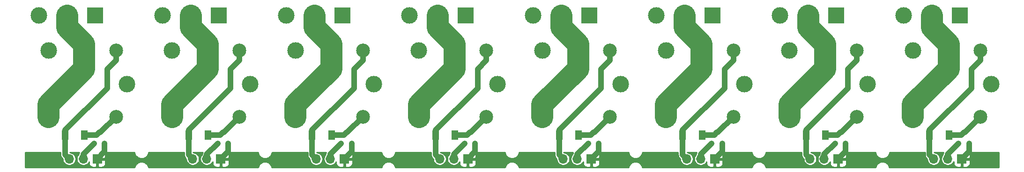
<source format=gbr>
G04 #@! TF.GenerationSoftware,KiCad,Pcbnew,5.1.5-52549c5~86~ubuntu19.10.1*
G04 #@! TF.CreationDate,2020-04-08T23:51:40+02:00*
G04 #@! TF.ProjectId,multi_CH,6d756c74-695f-4434-982e-6b696361645f,rev?*
G04 #@! TF.SameCoordinates,Original*
G04 #@! TF.FileFunction,Copper,L1,Top*
G04 #@! TF.FilePolarity,Positive*
%FSLAX46Y46*%
G04 Gerber Fmt 4.6, Leading zero omitted, Abs format (unit mm)*
G04 Created by KiCad (PCBNEW 5.1.5-52549c5~86~ubuntu19.10.1) date 2020-04-08 23:51:40*
%MOMM*%
%LPD*%
G04 APERTURE LIST*
%ADD10C,2.500000*%
%ADD11C,3.000000*%
%ADD12R,0.800000X0.900000*%
%ADD13R,1.300000X1.700000*%
%ADD14R,1.700000X1.700000*%
%ADD15O,1.700000X1.700000*%
%ADD16R,3.000000X3.000000*%
%ADD17C,1.000000*%
%ADD18C,4.000000*%
%ADD19C,0.254000*%
G04 APERTURE END LIST*
D10*
X237021500Y-76373000D03*
D11*
X224821500Y-76373000D03*
X224771500Y-88423000D03*
D10*
X237021500Y-88373000D03*
D11*
X238971500Y-82423000D03*
D10*
X214701500Y-76373000D03*
D11*
X202501500Y-76373000D03*
X202451500Y-88423000D03*
D10*
X214701500Y-88373000D03*
D11*
X216651500Y-82423000D03*
D10*
X192381500Y-76373000D03*
D11*
X180181500Y-76373000D03*
X180131500Y-88423000D03*
D10*
X192381500Y-88373000D03*
D11*
X194331500Y-82423000D03*
D10*
X170061500Y-76373000D03*
D11*
X157861500Y-76373000D03*
X157811500Y-88423000D03*
D10*
X170061500Y-88373000D03*
D11*
X172011500Y-82423000D03*
D10*
X147741500Y-76373000D03*
D11*
X135541500Y-76373000D03*
X135491500Y-88423000D03*
D10*
X147741500Y-88373000D03*
D11*
X149691500Y-82423000D03*
D10*
X125421500Y-76373000D03*
D11*
X113221500Y-76373000D03*
X113171500Y-88423000D03*
D10*
X125421500Y-88373000D03*
D11*
X127371500Y-82423000D03*
D10*
X103101500Y-76373000D03*
D11*
X90901500Y-76373000D03*
X90851500Y-88423000D03*
D10*
X103101500Y-88373000D03*
D11*
X105051500Y-82423000D03*
D12*
X234027500Y-91202000D03*
X234977500Y-93202000D03*
X233077500Y-93202000D03*
X211707500Y-91202000D03*
X212657500Y-93202000D03*
X210757500Y-93202000D03*
X189387500Y-91202000D03*
X190337500Y-93202000D03*
X188437500Y-93202000D03*
X167067500Y-91202000D03*
X168017500Y-93202000D03*
X166117500Y-93202000D03*
X144747500Y-91202000D03*
X145697500Y-93202000D03*
X143797500Y-93202000D03*
X122427500Y-91202000D03*
X123377500Y-93202000D03*
X121477500Y-93202000D03*
X100107500Y-91202000D03*
X101057500Y-93202000D03*
X99157500Y-93202000D03*
D13*
X231332500Y-91694000D03*
X227832500Y-91694000D03*
X209012500Y-91694000D03*
X205512500Y-91694000D03*
X186692500Y-91694000D03*
X183192500Y-91694000D03*
X164372500Y-91694000D03*
X160872500Y-91694000D03*
X142052500Y-91694000D03*
X138552500Y-91694000D03*
X119732500Y-91694000D03*
X116232500Y-91694000D03*
X97412500Y-91694000D03*
X93912500Y-91694000D03*
D14*
X233646500Y-96012000D03*
D15*
X231106500Y-96012000D03*
X228566500Y-96012000D03*
D14*
X211326500Y-96012000D03*
D15*
X208786500Y-96012000D03*
X206246500Y-96012000D03*
D14*
X189006500Y-96012000D03*
D15*
X186466500Y-96012000D03*
X183926500Y-96012000D03*
D14*
X166686500Y-96012000D03*
D15*
X164146500Y-96012000D03*
X161606500Y-96012000D03*
D14*
X144366500Y-96012000D03*
D15*
X141826500Y-96012000D03*
X139286500Y-96012000D03*
D14*
X122046500Y-96012000D03*
D15*
X119506500Y-96012000D03*
X116966500Y-96012000D03*
D14*
X99726500Y-96012000D03*
D15*
X97186500Y-96012000D03*
X94646500Y-96012000D03*
D11*
X223105500Y-69977000D03*
X228185500Y-69977000D03*
D16*
X233265500Y-69977000D03*
D11*
X200785500Y-69977000D03*
X205865500Y-69977000D03*
D16*
X210945500Y-69977000D03*
D11*
X178465500Y-69977000D03*
X183545500Y-69977000D03*
D16*
X188625500Y-69977000D03*
D11*
X156145500Y-69977000D03*
X161225500Y-69977000D03*
D16*
X166305500Y-69977000D03*
D11*
X133825500Y-69977000D03*
X138905500Y-69977000D03*
D16*
X143985500Y-69977000D03*
D11*
X111505500Y-69977000D03*
X116585500Y-69977000D03*
D16*
X121665500Y-69977000D03*
D11*
X89185500Y-69977000D03*
X94265500Y-69977000D03*
D16*
X99345500Y-69977000D03*
D11*
X82731500Y-82423000D03*
D10*
X80781500Y-88373000D03*
D11*
X68531500Y-88423000D03*
X68581500Y-76373000D03*
D10*
X80781500Y-76373000D03*
D13*
X71592500Y-91694000D03*
X75092500Y-91694000D03*
D15*
X72326500Y-96012000D03*
X74866500Y-96012000D03*
D14*
X77406500Y-96012000D03*
D16*
X77025500Y-69977000D03*
D11*
X71945500Y-69977000D03*
X66865500Y-69977000D03*
D12*
X76837500Y-93202000D03*
X78737500Y-93202000D03*
X77787500Y-91202000D03*
D17*
X71592500Y-90777000D02*
X71592500Y-91694000D01*
X79184500Y-83185000D02*
X71592500Y-90777000D01*
X80781500Y-76373000D02*
X80781500Y-78140766D01*
X79184500Y-79737766D02*
X79184500Y-83185000D01*
X80781500Y-78140766D02*
X79184500Y-79737766D01*
X71592500Y-95278000D02*
X72326500Y-96012000D01*
X71592500Y-91694000D02*
X71592500Y-95278000D01*
X103101500Y-76373000D02*
X103101500Y-78140766D01*
X125421500Y-76373000D02*
X125421500Y-78140766D01*
X147741500Y-76373000D02*
X147741500Y-78140766D01*
X170061500Y-76373000D02*
X170061500Y-78140766D01*
X192381500Y-76373000D02*
X192381500Y-78140766D01*
X214701500Y-76373000D02*
X214701500Y-78140766D01*
X237021500Y-76373000D02*
X237021500Y-78140766D01*
X101504500Y-83185000D02*
X93912500Y-90777000D01*
X123824500Y-83185000D02*
X116232500Y-90777000D01*
X146144500Y-83185000D02*
X138552500Y-90777000D01*
X168464500Y-83185000D02*
X160872500Y-90777000D01*
X190784500Y-83185000D02*
X183192500Y-90777000D01*
X213104500Y-83185000D02*
X205512500Y-90777000D01*
X235424500Y-83185000D02*
X227832500Y-90777000D01*
X93912500Y-95278000D02*
X94646500Y-96012000D01*
X116232500Y-95278000D02*
X116966500Y-96012000D01*
X138552500Y-95278000D02*
X139286500Y-96012000D01*
X160872500Y-95278000D02*
X161606500Y-96012000D01*
X183192500Y-95278000D02*
X183926500Y-96012000D01*
X205512500Y-95278000D02*
X206246500Y-96012000D01*
X227832500Y-95278000D02*
X228566500Y-96012000D01*
X93912500Y-91694000D02*
X93912500Y-95278000D01*
X116232500Y-91694000D02*
X116232500Y-95278000D01*
X138552500Y-91694000D02*
X138552500Y-95278000D01*
X160872500Y-91694000D02*
X160872500Y-95278000D01*
X183192500Y-91694000D02*
X183192500Y-95278000D01*
X205512500Y-91694000D02*
X205512500Y-95278000D01*
X227832500Y-91694000D02*
X227832500Y-95278000D01*
X103101500Y-78140766D02*
X101504500Y-79737766D01*
X125421500Y-78140766D02*
X123824500Y-79737766D01*
X147741500Y-78140766D02*
X146144500Y-79737766D01*
X170061500Y-78140766D02*
X168464500Y-79737766D01*
X192381500Y-78140766D02*
X190784500Y-79737766D01*
X214701500Y-78140766D02*
X213104500Y-79737766D01*
X237021500Y-78140766D02*
X235424500Y-79737766D01*
X93912500Y-90777000D02*
X93912500Y-91694000D01*
X116232500Y-90777000D02*
X116232500Y-91694000D01*
X138552500Y-90777000D02*
X138552500Y-91694000D01*
X160872500Y-90777000D02*
X160872500Y-91694000D01*
X183192500Y-90777000D02*
X183192500Y-91694000D01*
X205512500Y-90777000D02*
X205512500Y-91694000D01*
X227832500Y-90777000D02*
X227832500Y-91694000D01*
X101504500Y-79737766D02*
X101504500Y-83185000D01*
X123824500Y-79737766D02*
X123824500Y-83185000D01*
X146144500Y-79737766D02*
X146144500Y-83185000D01*
X168464500Y-79737766D02*
X168464500Y-83185000D01*
X190784500Y-79737766D02*
X190784500Y-83185000D01*
X213104500Y-79737766D02*
X213104500Y-83185000D01*
X235424500Y-79737766D02*
X235424500Y-83185000D01*
X78737500Y-94681000D02*
X77406500Y-96012000D01*
X78737500Y-93202000D02*
X78737500Y-94681000D01*
X101057500Y-94681000D02*
X99726500Y-96012000D01*
X123377500Y-94681000D02*
X122046500Y-96012000D01*
X145697500Y-94681000D02*
X144366500Y-96012000D01*
X168017500Y-94681000D02*
X166686500Y-96012000D01*
X190337500Y-94681000D02*
X189006500Y-96012000D01*
X212657500Y-94681000D02*
X211326500Y-96012000D01*
X234977500Y-94681000D02*
X233646500Y-96012000D01*
X101057500Y-93202000D02*
X101057500Y-94681000D01*
X123377500Y-93202000D02*
X123377500Y-94681000D01*
X145697500Y-93202000D02*
X145697500Y-94681000D01*
X168017500Y-93202000D02*
X168017500Y-94681000D01*
X190337500Y-93202000D02*
X190337500Y-94681000D01*
X212657500Y-93202000D02*
X212657500Y-94681000D01*
X234977500Y-93202000D02*
X234977500Y-94681000D01*
X74866500Y-95173000D02*
X74866500Y-96012000D01*
X76837500Y-93202000D02*
X74866500Y-95173000D01*
X97186500Y-95173000D02*
X97186500Y-96012000D01*
X119506500Y-95173000D02*
X119506500Y-96012000D01*
X141826500Y-95173000D02*
X141826500Y-96012000D01*
X164146500Y-95173000D02*
X164146500Y-96012000D01*
X186466500Y-95173000D02*
X186466500Y-96012000D01*
X208786500Y-95173000D02*
X208786500Y-96012000D01*
X231106500Y-95173000D02*
X231106500Y-96012000D01*
X99157500Y-93202000D02*
X97186500Y-95173000D01*
X121477500Y-93202000D02*
X119506500Y-95173000D01*
X143797500Y-93202000D02*
X141826500Y-95173000D01*
X166117500Y-93202000D02*
X164146500Y-95173000D01*
X188437500Y-93202000D02*
X186466500Y-95173000D01*
X210757500Y-93202000D02*
X208786500Y-95173000D01*
X233077500Y-93202000D02*
X231106500Y-95173000D01*
X77295500Y-91694000D02*
X77787500Y-91202000D01*
X75092500Y-91694000D02*
X77295500Y-91694000D01*
X77952500Y-91202000D02*
X80781500Y-88373000D01*
X77787500Y-91202000D02*
X77952500Y-91202000D01*
X100272500Y-91202000D02*
X103101500Y-88373000D01*
X122592500Y-91202000D02*
X125421500Y-88373000D01*
X144912500Y-91202000D02*
X147741500Y-88373000D01*
X167232500Y-91202000D02*
X170061500Y-88373000D01*
X189552500Y-91202000D02*
X192381500Y-88373000D01*
X211872500Y-91202000D02*
X214701500Y-88373000D01*
X234192500Y-91202000D02*
X237021500Y-88373000D01*
X99615500Y-91694000D02*
X100107500Y-91202000D01*
X121935500Y-91694000D02*
X122427500Y-91202000D01*
X144255500Y-91694000D02*
X144747500Y-91202000D01*
X166575500Y-91694000D02*
X167067500Y-91202000D01*
X188895500Y-91694000D02*
X189387500Y-91202000D01*
X211215500Y-91694000D02*
X211707500Y-91202000D01*
X233535500Y-91694000D02*
X234027500Y-91202000D01*
X100107500Y-91202000D02*
X100272500Y-91202000D01*
X122427500Y-91202000D02*
X122592500Y-91202000D01*
X144747500Y-91202000D02*
X144912500Y-91202000D01*
X167067500Y-91202000D02*
X167232500Y-91202000D01*
X189387500Y-91202000D02*
X189552500Y-91202000D01*
X211707500Y-91202000D02*
X211872500Y-91202000D01*
X234027500Y-91202000D02*
X234192500Y-91202000D01*
X97412500Y-91694000D02*
X99615500Y-91694000D01*
X119732500Y-91694000D02*
X121935500Y-91694000D01*
X142052500Y-91694000D02*
X144255500Y-91694000D01*
X164372500Y-91694000D02*
X166575500Y-91694000D01*
X186692500Y-91694000D02*
X188895500Y-91694000D01*
X209012500Y-91694000D02*
X211215500Y-91694000D01*
X231332500Y-91694000D02*
X233535500Y-91694000D01*
D18*
X68531500Y-86091000D02*
X68531500Y-88423000D01*
X74993500Y-79629000D02*
X68531500Y-86091000D01*
X74993500Y-75146320D02*
X74993500Y-79629000D01*
X71945500Y-69977000D02*
X71945500Y-72098320D01*
X71945500Y-72098320D02*
X74993500Y-75146320D01*
X90851500Y-86091000D02*
X90851500Y-88423000D01*
X113171500Y-86091000D02*
X113171500Y-88423000D01*
X135491500Y-86091000D02*
X135491500Y-88423000D01*
X157811500Y-86091000D02*
X157811500Y-88423000D01*
X180131500Y-86091000D02*
X180131500Y-88423000D01*
X202451500Y-86091000D02*
X202451500Y-88423000D01*
X224771500Y-86091000D02*
X224771500Y-88423000D01*
X94265500Y-72098320D02*
X97313500Y-75146320D01*
X116585500Y-72098320D02*
X119633500Y-75146320D01*
X138905500Y-72098320D02*
X141953500Y-75146320D01*
X161225500Y-72098320D02*
X164273500Y-75146320D01*
X183545500Y-72098320D02*
X186593500Y-75146320D01*
X205865500Y-72098320D02*
X208913500Y-75146320D01*
X228185500Y-72098320D02*
X231233500Y-75146320D01*
X94265500Y-69977000D02*
X94265500Y-72098320D01*
X116585500Y-69977000D02*
X116585500Y-72098320D01*
X138905500Y-69977000D02*
X138905500Y-72098320D01*
X161225500Y-69977000D02*
X161225500Y-72098320D01*
X183545500Y-69977000D02*
X183545500Y-72098320D01*
X205865500Y-69977000D02*
X205865500Y-72098320D01*
X228185500Y-69977000D02*
X228185500Y-72098320D01*
X97313500Y-75146320D02*
X97313500Y-79629000D01*
X119633500Y-75146320D02*
X119633500Y-79629000D01*
X141953500Y-75146320D02*
X141953500Y-79629000D01*
X164273500Y-75146320D02*
X164273500Y-79629000D01*
X186593500Y-75146320D02*
X186593500Y-79629000D01*
X208913500Y-75146320D02*
X208913500Y-79629000D01*
X231233500Y-75146320D02*
X231233500Y-79629000D01*
X97313500Y-79629000D02*
X90851500Y-86091000D01*
X119633500Y-79629000D02*
X113171500Y-86091000D01*
X141953500Y-79629000D02*
X135491500Y-86091000D01*
X164273500Y-79629000D02*
X157811500Y-86091000D01*
X186593500Y-79629000D02*
X180131500Y-86091000D01*
X208913500Y-79629000D02*
X202451500Y-86091000D01*
X231233500Y-79629000D02*
X224771500Y-86091000D01*
D19*
G36*
X70765501Y-95237376D02*
G01*
X70761500Y-95278000D01*
X70777467Y-95440120D01*
X70824756Y-95596010D01*
X70901548Y-95739679D01*
X70963639Y-95815336D01*
X71004895Y-95865606D01*
X71036447Y-95891501D01*
X71149500Y-96004553D01*
X71149500Y-96127924D01*
X71194731Y-96355318D01*
X71283456Y-96569519D01*
X71412264Y-96762294D01*
X71576206Y-96926236D01*
X71768981Y-97055044D01*
X71983182Y-97143769D01*
X72210576Y-97189000D01*
X72442424Y-97189000D01*
X72669818Y-97143769D01*
X72884019Y-97055044D01*
X73076794Y-96926236D01*
X73240736Y-96762294D01*
X73369544Y-96569519D01*
X73458269Y-96355318D01*
X73503500Y-96127924D01*
X73503500Y-95896076D01*
X73458269Y-95668682D01*
X73369544Y-95454481D01*
X73240736Y-95261706D01*
X73076794Y-95097764D01*
X72884019Y-94968956D01*
X72669818Y-94880231D01*
X72442424Y-94835000D01*
X72419500Y-94835000D01*
X72419500Y-94805500D01*
X74125208Y-94805500D01*
X74098755Y-94854991D01*
X74051466Y-95010881D01*
X74039500Y-95132377D01*
X74039500Y-95132386D01*
X74035500Y-95173000D01*
X74035990Y-95177980D01*
X73952264Y-95261706D01*
X73823456Y-95454481D01*
X73734731Y-95668682D01*
X73689500Y-95896076D01*
X73689500Y-96127924D01*
X73734731Y-96355318D01*
X73823456Y-96569519D01*
X73952264Y-96762294D01*
X74116206Y-96926236D01*
X74308981Y-97055044D01*
X74523182Y-97143769D01*
X74750576Y-97189000D01*
X74982424Y-97189000D01*
X75209818Y-97143769D01*
X75424019Y-97055044D01*
X75616794Y-96926236D01*
X75780736Y-96762294D01*
X75909544Y-96569519D01*
X75920160Y-96543890D01*
X75918428Y-96862000D01*
X75930688Y-96986482D01*
X75966998Y-97106180D01*
X76025963Y-97216494D01*
X76105315Y-97313185D01*
X76202006Y-97392537D01*
X76312320Y-97451502D01*
X76432018Y-97487812D01*
X76556500Y-97500072D01*
X77120750Y-97497000D01*
X77279500Y-97338250D01*
X77279500Y-96139000D01*
X77533500Y-96139000D01*
X77533500Y-97338250D01*
X77692250Y-97497000D01*
X78256500Y-97500072D01*
X78380982Y-97487812D01*
X78500680Y-97451502D01*
X78610994Y-97392537D01*
X78707685Y-97313185D01*
X78787037Y-97216494D01*
X78846002Y-97106180D01*
X78882312Y-96986482D01*
X78894572Y-96862000D01*
X78891500Y-96297750D01*
X78732750Y-96139000D01*
X77533500Y-96139000D01*
X77279500Y-96139000D01*
X77259500Y-96139000D01*
X77259500Y-95885000D01*
X77279500Y-95885000D01*
X77279500Y-95865000D01*
X77533500Y-95865000D01*
X77533500Y-95885000D01*
X78732750Y-95885000D01*
X78891500Y-95726250D01*
X78894572Y-95162000D01*
X78882312Y-95037518D01*
X78846002Y-94917820D01*
X78787037Y-94807506D01*
X78785391Y-94805500D01*
X84123527Y-94805500D01*
X84136091Y-94917512D01*
X84141346Y-94942233D01*
X84146260Y-94967053D01*
X84147412Y-94970774D01*
X84206425Y-95156804D01*
X84216389Y-95180052D01*
X84226023Y-95203425D01*
X84227876Y-95206852D01*
X84321898Y-95377877D01*
X84336184Y-95398742D01*
X84350177Y-95419803D01*
X84352660Y-95422804D01*
X84478110Y-95572310D01*
X84496147Y-95589973D01*
X84513996Y-95607947D01*
X84517015Y-95610409D01*
X84669115Y-95732699D01*
X84690208Y-95746501D01*
X84711237Y-95760686D01*
X84714677Y-95762514D01*
X84887632Y-95852934D01*
X84911069Y-95862403D01*
X84934392Y-95872207D01*
X84938121Y-95873333D01*
X85125346Y-95928436D01*
X85150171Y-95933171D01*
X85174955Y-95938259D01*
X85178832Y-95938639D01*
X85373193Y-95956328D01*
X85398481Y-95956151D01*
X85423769Y-95956328D01*
X85427645Y-95955948D01*
X85621742Y-95935547D01*
X85646520Y-95930460D01*
X85671351Y-95925724D01*
X85675080Y-95924598D01*
X85861518Y-95866886D01*
X85884829Y-95857087D01*
X85908276Y-95847614D01*
X85911715Y-95845785D01*
X86083391Y-95752960D01*
X86104323Y-95738841D01*
X86125516Y-95724973D01*
X86128535Y-95722511D01*
X86278912Y-95598107D01*
X86296689Y-95580205D01*
X86314798Y-95562472D01*
X86317280Y-95559470D01*
X86440631Y-95408228D01*
X86454624Y-95387167D01*
X86468911Y-95366301D01*
X86470764Y-95362874D01*
X86487000Y-95332338D01*
X86487000Y-97137731D01*
X86461102Y-97090623D01*
X86446826Y-97069774D01*
X86432823Y-97048697D01*
X86430340Y-97045696D01*
X86304890Y-96896190D01*
X86286817Y-96878492D01*
X86269003Y-96860553D01*
X86265985Y-96858091D01*
X86113885Y-96735800D01*
X86092732Y-96721959D01*
X86071762Y-96707814D01*
X86068323Y-96705985D01*
X85895367Y-96615566D01*
X85871928Y-96606096D01*
X85848608Y-96596293D01*
X85844879Y-96595167D01*
X85657653Y-96540064D01*
X85632836Y-96535330D01*
X85608045Y-96530241D01*
X85604168Y-96529861D01*
X85409806Y-96512172D01*
X85384519Y-96512349D01*
X85359231Y-96512172D01*
X85355355Y-96512552D01*
X85161258Y-96532953D01*
X85136487Y-96538038D01*
X85111648Y-96542776D01*
X85107920Y-96543902D01*
X84921482Y-96601614D01*
X84898171Y-96611413D01*
X84874724Y-96620886D01*
X84871285Y-96622715D01*
X84699608Y-96715540D01*
X84678692Y-96729649D01*
X84657483Y-96743527D01*
X84654465Y-96745989D01*
X84504087Y-96870393D01*
X84486291Y-96888314D01*
X84468202Y-96906028D01*
X84465720Y-96909030D01*
X84342370Y-97060272D01*
X84328379Y-97081330D01*
X84314089Y-97102199D01*
X84312237Y-97105625D01*
X84220611Y-97277948D01*
X84210959Y-97301365D01*
X84201014Y-97324569D01*
X84199862Y-97328290D01*
X84144699Y-97511000D01*
X64350500Y-97511000D01*
X64350500Y-94805500D01*
X70765501Y-94805500D01*
X70765501Y-95237376D01*
G37*
X70765501Y-95237376D02*
X70761500Y-95278000D01*
X70777467Y-95440120D01*
X70824756Y-95596010D01*
X70901548Y-95739679D01*
X70963639Y-95815336D01*
X71004895Y-95865606D01*
X71036447Y-95891501D01*
X71149500Y-96004553D01*
X71149500Y-96127924D01*
X71194731Y-96355318D01*
X71283456Y-96569519D01*
X71412264Y-96762294D01*
X71576206Y-96926236D01*
X71768981Y-97055044D01*
X71983182Y-97143769D01*
X72210576Y-97189000D01*
X72442424Y-97189000D01*
X72669818Y-97143769D01*
X72884019Y-97055044D01*
X73076794Y-96926236D01*
X73240736Y-96762294D01*
X73369544Y-96569519D01*
X73458269Y-96355318D01*
X73503500Y-96127924D01*
X73503500Y-95896076D01*
X73458269Y-95668682D01*
X73369544Y-95454481D01*
X73240736Y-95261706D01*
X73076794Y-95097764D01*
X72884019Y-94968956D01*
X72669818Y-94880231D01*
X72442424Y-94835000D01*
X72419500Y-94835000D01*
X72419500Y-94805500D01*
X74125208Y-94805500D01*
X74098755Y-94854991D01*
X74051466Y-95010881D01*
X74039500Y-95132377D01*
X74039500Y-95132386D01*
X74035500Y-95173000D01*
X74035990Y-95177980D01*
X73952264Y-95261706D01*
X73823456Y-95454481D01*
X73734731Y-95668682D01*
X73689500Y-95896076D01*
X73689500Y-96127924D01*
X73734731Y-96355318D01*
X73823456Y-96569519D01*
X73952264Y-96762294D01*
X74116206Y-96926236D01*
X74308981Y-97055044D01*
X74523182Y-97143769D01*
X74750576Y-97189000D01*
X74982424Y-97189000D01*
X75209818Y-97143769D01*
X75424019Y-97055044D01*
X75616794Y-96926236D01*
X75780736Y-96762294D01*
X75909544Y-96569519D01*
X75920160Y-96543890D01*
X75918428Y-96862000D01*
X75930688Y-96986482D01*
X75966998Y-97106180D01*
X76025963Y-97216494D01*
X76105315Y-97313185D01*
X76202006Y-97392537D01*
X76312320Y-97451502D01*
X76432018Y-97487812D01*
X76556500Y-97500072D01*
X77120750Y-97497000D01*
X77279500Y-97338250D01*
X77279500Y-96139000D01*
X77533500Y-96139000D01*
X77533500Y-97338250D01*
X77692250Y-97497000D01*
X78256500Y-97500072D01*
X78380982Y-97487812D01*
X78500680Y-97451502D01*
X78610994Y-97392537D01*
X78707685Y-97313185D01*
X78787037Y-97216494D01*
X78846002Y-97106180D01*
X78882312Y-96986482D01*
X78894572Y-96862000D01*
X78891500Y-96297750D01*
X78732750Y-96139000D01*
X77533500Y-96139000D01*
X77279500Y-96139000D01*
X77259500Y-96139000D01*
X77259500Y-95885000D01*
X77279500Y-95885000D01*
X77279500Y-95865000D01*
X77533500Y-95865000D01*
X77533500Y-95885000D01*
X78732750Y-95885000D01*
X78891500Y-95726250D01*
X78894572Y-95162000D01*
X78882312Y-95037518D01*
X78846002Y-94917820D01*
X78787037Y-94807506D01*
X78785391Y-94805500D01*
X84123527Y-94805500D01*
X84136091Y-94917512D01*
X84141346Y-94942233D01*
X84146260Y-94967053D01*
X84147412Y-94970774D01*
X84206425Y-95156804D01*
X84216389Y-95180052D01*
X84226023Y-95203425D01*
X84227876Y-95206852D01*
X84321898Y-95377877D01*
X84336184Y-95398742D01*
X84350177Y-95419803D01*
X84352660Y-95422804D01*
X84478110Y-95572310D01*
X84496147Y-95589973D01*
X84513996Y-95607947D01*
X84517015Y-95610409D01*
X84669115Y-95732699D01*
X84690208Y-95746501D01*
X84711237Y-95760686D01*
X84714677Y-95762514D01*
X84887632Y-95852934D01*
X84911069Y-95862403D01*
X84934392Y-95872207D01*
X84938121Y-95873333D01*
X85125346Y-95928436D01*
X85150171Y-95933171D01*
X85174955Y-95938259D01*
X85178832Y-95938639D01*
X85373193Y-95956328D01*
X85398481Y-95956151D01*
X85423769Y-95956328D01*
X85427645Y-95955948D01*
X85621742Y-95935547D01*
X85646520Y-95930460D01*
X85671351Y-95925724D01*
X85675080Y-95924598D01*
X85861518Y-95866886D01*
X85884829Y-95857087D01*
X85908276Y-95847614D01*
X85911715Y-95845785D01*
X86083391Y-95752960D01*
X86104323Y-95738841D01*
X86125516Y-95724973D01*
X86128535Y-95722511D01*
X86278912Y-95598107D01*
X86296689Y-95580205D01*
X86314798Y-95562472D01*
X86317280Y-95559470D01*
X86440631Y-95408228D01*
X86454624Y-95387167D01*
X86468911Y-95366301D01*
X86470764Y-95362874D01*
X86487000Y-95332338D01*
X86487000Y-97137731D01*
X86461102Y-97090623D01*
X86446826Y-97069774D01*
X86432823Y-97048697D01*
X86430340Y-97045696D01*
X86304890Y-96896190D01*
X86286817Y-96878492D01*
X86269003Y-96860553D01*
X86265985Y-96858091D01*
X86113885Y-96735800D01*
X86092732Y-96721959D01*
X86071762Y-96707814D01*
X86068323Y-96705985D01*
X85895367Y-96615566D01*
X85871928Y-96606096D01*
X85848608Y-96596293D01*
X85844879Y-96595167D01*
X85657653Y-96540064D01*
X85632836Y-96535330D01*
X85608045Y-96530241D01*
X85604168Y-96529861D01*
X85409806Y-96512172D01*
X85384519Y-96512349D01*
X85359231Y-96512172D01*
X85355355Y-96512552D01*
X85161258Y-96532953D01*
X85136487Y-96538038D01*
X85111648Y-96542776D01*
X85107920Y-96543902D01*
X84921482Y-96601614D01*
X84898171Y-96611413D01*
X84874724Y-96620886D01*
X84871285Y-96622715D01*
X84699608Y-96715540D01*
X84678692Y-96729649D01*
X84657483Y-96743527D01*
X84654465Y-96745989D01*
X84504087Y-96870393D01*
X84486291Y-96888314D01*
X84468202Y-96906028D01*
X84465720Y-96909030D01*
X84342370Y-97060272D01*
X84328379Y-97081330D01*
X84314089Y-97102199D01*
X84312237Y-97105625D01*
X84220611Y-97277948D01*
X84210959Y-97301365D01*
X84201014Y-97324569D01*
X84199862Y-97328290D01*
X84144699Y-97511000D01*
X64350500Y-97511000D01*
X64350500Y-94805500D01*
X70765501Y-94805500D01*
X70765501Y-95237376D01*
G36*
X93085501Y-95237376D02*
G01*
X93081500Y-95278000D01*
X93097467Y-95440120D01*
X93144756Y-95596010D01*
X93221548Y-95739679D01*
X93283639Y-95815336D01*
X93324895Y-95865606D01*
X93356447Y-95891501D01*
X93469500Y-96004553D01*
X93469500Y-96127924D01*
X93514731Y-96355318D01*
X93603456Y-96569519D01*
X93732264Y-96762294D01*
X93896206Y-96926236D01*
X94088981Y-97055044D01*
X94303182Y-97143769D01*
X94530576Y-97189000D01*
X94762424Y-97189000D01*
X94989818Y-97143769D01*
X95204019Y-97055044D01*
X95396794Y-96926236D01*
X95560736Y-96762294D01*
X95689544Y-96569519D01*
X95778269Y-96355318D01*
X95823500Y-96127924D01*
X95823500Y-95896076D01*
X95778269Y-95668682D01*
X95689544Y-95454481D01*
X95560736Y-95261706D01*
X95396794Y-95097764D01*
X95204019Y-94968956D01*
X94989818Y-94880231D01*
X94762424Y-94835000D01*
X94739500Y-94835000D01*
X94739500Y-94805500D01*
X96445208Y-94805500D01*
X96418755Y-94854991D01*
X96371466Y-95010881D01*
X96359500Y-95132377D01*
X96359500Y-95132386D01*
X96355500Y-95173000D01*
X96355990Y-95177980D01*
X96272264Y-95261706D01*
X96143456Y-95454481D01*
X96054731Y-95668682D01*
X96009500Y-95896076D01*
X96009500Y-96127924D01*
X96054731Y-96355318D01*
X96143456Y-96569519D01*
X96272264Y-96762294D01*
X96436206Y-96926236D01*
X96628981Y-97055044D01*
X96843182Y-97143769D01*
X97070576Y-97189000D01*
X97302424Y-97189000D01*
X97529818Y-97143769D01*
X97744019Y-97055044D01*
X97936794Y-96926236D01*
X98100736Y-96762294D01*
X98229544Y-96569519D01*
X98240160Y-96543890D01*
X98238428Y-96862000D01*
X98250688Y-96986482D01*
X98286998Y-97106180D01*
X98345963Y-97216494D01*
X98425315Y-97313185D01*
X98522006Y-97392537D01*
X98632320Y-97451502D01*
X98752018Y-97487812D01*
X98876500Y-97500072D01*
X99440750Y-97497000D01*
X99599500Y-97338250D01*
X99599500Y-96139000D01*
X99853500Y-96139000D01*
X99853500Y-97338250D01*
X100012250Y-97497000D01*
X100576500Y-97500072D01*
X100700982Y-97487812D01*
X100820680Y-97451502D01*
X100930994Y-97392537D01*
X101027685Y-97313185D01*
X101107037Y-97216494D01*
X101166002Y-97106180D01*
X101202312Y-96986482D01*
X101214572Y-96862000D01*
X101211500Y-96297750D01*
X101052750Y-96139000D01*
X99853500Y-96139000D01*
X99599500Y-96139000D01*
X99579500Y-96139000D01*
X99579500Y-95885000D01*
X99599500Y-95885000D01*
X99599500Y-95865000D01*
X99853500Y-95865000D01*
X99853500Y-95885000D01*
X101052750Y-95885000D01*
X101211500Y-95726250D01*
X101214572Y-95162000D01*
X101202312Y-95037518D01*
X101166002Y-94917820D01*
X101107037Y-94807506D01*
X101105391Y-94805500D01*
X106443527Y-94805500D01*
X106456091Y-94917512D01*
X106461346Y-94942233D01*
X106466260Y-94967053D01*
X106467412Y-94970774D01*
X106526425Y-95156804D01*
X106536389Y-95180052D01*
X106546023Y-95203425D01*
X106547876Y-95206852D01*
X106641898Y-95377877D01*
X106656184Y-95398742D01*
X106670177Y-95419803D01*
X106672660Y-95422804D01*
X106798110Y-95572310D01*
X106816147Y-95589973D01*
X106833996Y-95607947D01*
X106837015Y-95610409D01*
X106989115Y-95732699D01*
X107010208Y-95746501D01*
X107031237Y-95760686D01*
X107034677Y-95762514D01*
X107207632Y-95852934D01*
X107231069Y-95862403D01*
X107254392Y-95872207D01*
X107258121Y-95873333D01*
X107445346Y-95928436D01*
X107470171Y-95933171D01*
X107494955Y-95938259D01*
X107498832Y-95938639D01*
X107693193Y-95956328D01*
X107718481Y-95956151D01*
X107743769Y-95956328D01*
X107747645Y-95955948D01*
X107941742Y-95935547D01*
X107966520Y-95930460D01*
X107991351Y-95925724D01*
X107995080Y-95924598D01*
X108181518Y-95866886D01*
X108204829Y-95857087D01*
X108228276Y-95847614D01*
X108231715Y-95845785D01*
X108403391Y-95752960D01*
X108424323Y-95738841D01*
X108445516Y-95724973D01*
X108448535Y-95722511D01*
X108598912Y-95598107D01*
X108616689Y-95580205D01*
X108634798Y-95562472D01*
X108637280Y-95559470D01*
X108760631Y-95408228D01*
X108774624Y-95387167D01*
X108788911Y-95366301D01*
X108790764Y-95362874D01*
X108807000Y-95332338D01*
X108807000Y-97137731D01*
X108781102Y-97090623D01*
X108766826Y-97069774D01*
X108752823Y-97048697D01*
X108750340Y-97045696D01*
X108624890Y-96896190D01*
X108606817Y-96878492D01*
X108589003Y-96860553D01*
X108585985Y-96858091D01*
X108433885Y-96735800D01*
X108412732Y-96721959D01*
X108391762Y-96707814D01*
X108388323Y-96705985D01*
X108215367Y-96615566D01*
X108191928Y-96606096D01*
X108168608Y-96596293D01*
X108164879Y-96595167D01*
X107977653Y-96540064D01*
X107952836Y-96535330D01*
X107928045Y-96530241D01*
X107924168Y-96529861D01*
X107729806Y-96512172D01*
X107704519Y-96512349D01*
X107679231Y-96512172D01*
X107675355Y-96512552D01*
X107481258Y-96532953D01*
X107456487Y-96538038D01*
X107431648Y-96542776D01*
X107427920Y-96543902D01*
X107241482Y-96601614D01*
X107218171Y-96611413D01*
X107194724Y-96620886D01*
X107191285Y-96622715D01*
X107019608Y-96715540D01*
X106998692Y-96729649D01*
X106977483Y-96743527D01*
X106974465Y-96745989D01*
X106824087Y-96870393D01*
X106806291Y-96888314D01*
X106788202Y-96906028D01*
X106785720Y-96909030D01*
X106662370Y-97060272D01*
X106648379Y-97081330D01*
X106634089Y-97102199D01*
X106632237Y-97105625D01*
X106540611Y-97277948D01*
X106530959Y-97301365D01*
X106521014Y-97324569D01*
X106519862Y-97328290D01*
X106464699Y-97511000D01*
X86638631Y-97511000D01*
X86636740Y-97501447D01*
X86635588Y-97497726D01*
X86576575Y-97311696D01*
X86566611Y-97288448D01*
X86556977Y-97265075D01*
X86555125Y-97261649D01*
X86461102Y-97090623D01*
X86446826Y-97069774D01*
X86432823Y-97048697D01*
X86430340Y-97045696D01*
X86304890Y-96896190D01*
X86286817Y-96878492D01*
X86269003Y-96860553D01*
X86265985Y-96858091D01*
X86113885Y-96735800D01*
X86092732Y-96721959D01*
X86074000Y-96709324D01*
X86074000Y-95758038D01*
X86083391Y-95752960D01*
X86104323Y-95738841D01*
X86125516Y-95724973D01*
X86128535Y-95722511D01*
X86278912Y-95598107D01*
X86296689Y-95580205D01*
X86314798Y-95562472D01*
X86317280Y-95559470D01*
X86440631Y-95408228D01*
X86454624Y-95387167D01*
X86468911Y-95366301D01*
X86470764Y-95362874D01*
X86562389Y-95190552D01*
X86572011Y-95167207D01*
X86581987Y-95143931D01*
X86583138Y-95140210D01*
X86639547Y-94953373D01*
X86644456Y-94928583D01*
X86649716Y-94903834D01*
X86650123Y-94899960D01*
X86659385Y-94805500D01*
X93085501Y-94805500D01*
X93085501Y-95237376D01*
G37*
X93085501Y-95237376D02*
X93081500Y-95278000D01*
X93097467Y-95440120D01*
X93144756Y-95596010D01*
X93221548Y-95739679D01*
X93283639Y-95815336D01*
X93324895Y-95865606D01*
X93356447Y-95891501D01*
X93469500Y-96004553D01*
X93469500Y-96127924D01*
X93514731Y-96355318D01*
X93603456Y-96569519D01*
X93732264Y-96762294D01*
X93896206Y-96926236D01*
X94088981Y-97055044D01*
X94303182Y-97143769D01*
X94530576Y-97189000D01*
X94762424Y-97189000D01*
X94989818Y-97143769D01*
X95204019Y-97055044D01*
X95396794Y-96926236D01*
X95560736Y-96762294D01*
X95689544Y-96569519D01*
X95778269Y-96355318D01*
X95823500Y-96127924D01*
X95823500Y-95896076D01*
X95778269Y-95668682D01*
X95689544Y-95454481D01*
X95560736Y-95261706D01*
X95396794Y-95097764D01*
X95204019Y-94968956D01*
X94989818Y-94880231D01*
X94762424Y-94835000D01*
X94739500Y-94835000D01*
X94739500Y-94805500D01*
X96445208Y-94805500D01*
X96418755Y-94854991D01*
X96371466Y-95010881D01*
X96359500Y-95132377D01*
X96359500Y-95132386D01*
X96355500Y-95173000D01*
X96355990Y-95177980D01*
X96272264Y-95261706D01*
X96143456Y-95454481D01*
X96054731Y-95668682D01*
X96009500Y-95896076D01*
X96009500Y-96127924D01*
X96054731Y-96355318D01*
X96143456Y-96569519D01*
X96272264Y-96762294D01*
X96436206Y-96926236D01*
X96628981Y-97055044D01*
X96843182Y-97143769D01*
X97070576Y-97189000D01*
X97302424Y-97189000D01*
X97529818Y-97143769D01*
X97744019Y-97055044D01*
X97936794Y-96926236D01*
X98100736Y-96762294D01*
X98229544Y-96569519D01*
X98240160Y-96543890D01*
X98238428Y-96862000D01*
X98250688Y-96986482D01*
X98286998Y-97106180D01*
X98345963Y-97216494D01*
X98425315Y-97313185D01*
X98522006Y-97392537D01*
X98632320Y-97451502D01*
X98752018Y-97487812D01*
X98876500Y-97500072D01*
X99440750Y-97497000D01*
X99599500Y-97338250D01*
X99599500Y-96139000D01*
X99853500Y-96139000D01*
X99853500Y-97338250D01*
X100012250Y-97497000D01*
X100576500Y-97500072D01*
X100700982Y-97487812D01*
X100820680Y-97451502D01*
X100930994Y-97392537D01*
X101027685Y-97313185D01*
X101107037Y-97216494D01*
X101166002Y-97106180D01*
X101202312Y-96986482D01*
X101214572Y-96862000D01*
X101211500Y-96297750D01*
X101052750Y-96139000D01*
X99853500Y-96139000D01*
X99599500Y-96139000D01*
X99579500Y-96139000D01*
X99579500Y-95885000D01*
X99599500Y-95885000D01*
X99599500Y-95865000D01*
X99853500Y-95865000D01*
X99853500Y-95885000D01*
X101052750Y-95885000D01*
X101211500Y-95726250D01*
X101214572Y-95162000D01*
X101202312Y-95037518D01*
X101166002Y-94917820D01*
X101107037Y-94807506D01*
X101105391Y-94805500D01*
X106443527Y-94805500D01*
X106456091Y-94917512D01*
X106461346Y-94942233D01*
X106466260Y-94967053D01*
X106467412Y-94970774D01*
X106526425Y-95156804D01*
X106536389Y-95180052D01*
X106546023Y-95203425D01*
X106547876Y-95206852D01*
X106641898Y-95377877D01*
X106656184Y-95398742D01*
X106670177Y-95419803D01*
X106672660Y-95422804D01*
X106798110Y-95572310D01*
X106816147Y-95589973D01*
X106833996Y-95607947D01*
X106837015Y-95610409D01*
X106989115Y-95732699D01*
X107010208Y-95746501D01*
X107031237Y-95760686D01*
X107034677Y-95762514D01*
X107207632Y-95852934D01*
X107231069Y-95862403D01*
X107254392Y-95872207D01*
X107258121Y-95873333D01*
X107445346Y-95928436D01*
X107470171Y-95933171D01*
X107494955Y-95938259D01*
X107498832Y-95938639D01*
X107693193Y-95956328D01*
X107718481Y-95956151D01*
X107743769Y-95956328D01*
X107747645Y-95955948D01*
X107941742Y-95935547D01*
X107966520Y-95930460D01*
X107991351Y-95925724D01*
X107995080Y-95924598D01*
X108181518Y-95866886D01*
X108204829Y-95857087D01*
X108228276Y-95847614D01*
X108231715Y-95845785D01*
X108403391Y-95752960D01*
X108424323Y-95738841D01*
X108445516Y-95724973D01*
X108448535Y-95722511D01*
X108598912Y-95598107D01*
X108616689Y-95580205D01*
X108634798Y-95562472D01*
X108637280Y-95559470D01*
X108760631Y-95408228D01*
X108774624Y-95387167D01*
X108788911Y-95366301D01*
X108790764Y-95362874D01*
X108807000Y-95332338D01*
X108807000Y-97137731D01*
X108781102Y-97090623D01*
X108766826Y-97069774D01*
X108752823Y-97048697D01*
X108750340Y-97045696D01*
X108624890Y-96896190D01*
X108606817Y-96878492D01*
X108589003Y-96860553D01*
X108585985Y-96858091D01*
X108433885Y-96735800D01*
X108412732Y-96721959D01*
X108391762Y-96707814D01*
X108388323Y-96705985D01*
X108215367Y-96615566D01*
X108191928Y-96606096D01*
X108168608Y-96596293D01*
X108164879Y-96595167D01*
X107977653Y-96540064D01*
X107952836Y-96535330D01*
X107928045Y-96530241D01*
X107924168Y-96529861D01*
X107729806Y-96512172D01*
X107704519Y-96512349D01*
X107679231Y-96512172D01*
X107675355Y-96512552D01*
X107481258Y-96532953D01*
X107456487Y-96538038D01*
X107431648Y-96542776D01*
X107427920Y-96543902D01*
X107241482Y-96601614D01*
X107218171Y-96611413D01*
X107194724Y-96620886D01*
X107191285Y-96622715D01*
X107019608Y-96715540D01*
X106998692Y-96729649D01*
X106977483Y-96743527D01*
X106974465Y-96745989D01*
X106824087Y-96870393D01*
X106806291Y-96888314D01*
X106788202Y-96906028D01*
X106785720Y-96909030D01*
X106662370Y-97060272D01*
X106648379Y-97081330D01*
X106634089Y-97102199D01*
X106632237Y-97105625D01*
X106540611Y-97277948D01*
X106530959Y-97301365D01*
X106521014Y-97324569D01*
X106519862Y-97328290D01*
X106464699Y-97511000D01*
X86638631Y-97511000D01*
X86636740Y-97501447D01*
X86635588Y-97497726D01*
X86576575Y-97311696D01*
X86566611Y-97288448D01*
X86556977Y-97265075D01*
X86555125Y-97261649D01*
X86461102Y-97090623D01*
X86446826Y-97069774D01*
X86432823Y-97048697D01*
X86430340Y-97045696D01*
X86304890Y-96896190D01*
X86286817Y-96878492D01*
X86269003Y-96860553D01*
X86265985Y-96858091D01*
X86113885Y-96735800D01*
X86092732Y-96721959D01*
X86074000Y-96709324D01*
X86074000Y-95758038D01*
X86083391Y-95752960D01*
X86104323Y-95738841D01*
X86125516Y-95724973D01*
X86128535Y-95722511D01*
X86278912Y-95598107D01*
X86296689Y-95580205D01*
X86314798Y-95562472D01*
X86317280Y-95559470D01*
X86440631Y-95408228D01*
X86454624Y-95387167D01*
X86468911Y-95366301D01*
X86470764Y-95362874D01*
X86562389Y-95190552D01*
X86572011Y-95167207D01*
X86581987Y-95143931D01*
X86583138Y-95140210D01*
X86639547Y-94953373D01*
X86644456Y-94928583D01*
X86649716Y-94903834D01*
X86650123Y-94899960D01*
X86659385Y-94805500D01*
X93085501Y-94805500D01*
X93085501Y-95237376D01*
G36*
X115405501Y-95237376D02*
G01*
X115401500Y-95278000D01*
X115417467Y-95440120D01*
X115464756Y-95596010D01*
X115541548Y-95739679D01*
X115603639Y-95815336D01*
X115644895Y-95865606D01*
X115676447Y-95891501D01*
X115789500Y-96004553D01*
X115789500Y-96127924D01*
X115834731Y-96355318D01*
X115923456Y-96569519D01*
X116052264Y-96762294D01*
X116216206Y-96926236D01*
X116408981Y-97055044D01*
X116623182Y-97143769D01*
X116850576Y-97189000D01*
X117082424Y-97189000D01*
X117309818Y-97143769D01*
X117524019Y-97055044D01*
X117716794Y-96926236D01*
X117880736Y-96762294D01*
X118009544Y-96569519D01*
X118098269Y-96355318D01*
X118143500Y-96127924D01*
X118143500Y-95896076D01*
X118098269Y-95668682D01*
X118009544Y-95454481D01*
X117880736Y-95261706D01*
X117716794Y-95097764D01*
X117524019Y-94968956D01*
X117309818Y-94880231D01*
X117082424Y-94835000D01*
X117059500Y-94835000D01*
X117059500Y-94805500D01*
X118765208Y-94805500D01*
X118738755Y-94854991D01*
X118691466Y-95010881D01*
X118679500Y-95132377D01*
X118679500Y-95132386D01*
X118675500Y-95173000D01*
X118675990Y-95177980D01*
X118592264Y-95261706D01*
X118463456Y-95454481D01*
X118374731Y-95668682D01*
X118329500Y-95896076D01*
X118329500Y-96127924D01*
X118374731Y-96355318D01*
X118463456Y-96569519D01*
X118592264Y-96762294D01*
X118756206Y-96926236D01*
X118948981Y-97055044D01*
X119163182Y-97143769D01*
X119390576Y-97189000D01*
X119622424Y-97189000D01*
X119849818Y-97143769D01*
X120064019Y-97055044D01*
X120256794Y-96926236D01*
X120420736Y-96762294D01*
X120549544Y-96569519D01*
X120560160Y-96543890D01*
X120558428Y-96862000D01*
X120570688Y-96986482D01*
X120606998Y-97106180D01*
X120665963Y-97216494D01*
X120745315Y-97313185D01*
X120842006Y-97392537D01*
X120952320Y-97451502D01*
X121072018Y-97487812D01*
X121196500Y-97500072D01*
X121760750Y-97497000D01*
X121919500Y-97338250D01*
X121919500Y-96139000D01*
X122173500Y-96139000D01*
X122173500Y-97338250D01*
X122332250Y-97497000D01*
X122896500Y-97500072D01*
X123020982Y-97487812D01*
X123140680Y-97451502D01*
X123250994Y-97392537D01*
X123347685Y-97313185D01*
X123427037Y-97216494D01*
X123486002Y-97106180D01*
X123522312Y-96986482D01*
X123534572Y-96862000D01*
X123531500Y-96297750D01*
X123372750Y-96139000D01*
X122173500Y-96139000D01*
X121919500Y-96139000D01*
X121899500Y-96139000D01*
X121899500Y-95885000D01*
X121919500Y-95885000D01*
X121919500Y-95865000D01*
X122173500Y-95865000D01*
X122173500Y-95885000D01*
X123372750Y-95885000D01*
X123531500Y-95726250D01*
X123534572Y-95162000D01*
X123522312Y-95037518D01*
X123486002Y-94917820D01*
X123427037Y-94807506D01*
X123425391Y-94805500D01*
X128763527Y-94805500D01*
X128776091Y-94917512D01*
X128781346Y-94942233D01*
X128786260Y-94967053D01*
X128787412Y-94970774D01*
X128846425Y-95156804D01*
X128856389Y-95180052D01*
X128866023Y-95203425D01*
X128867876Y-95206852D01*
X128961898Y-95377877D01*
X128976184Y-95398742D01*
X128990177Y-95419803D01*
X128992660Y-95422804D01*
X129118110Y-95572310D01*
X129136147Y-95589973D01*
X129153996Y-95607947D01*
X129157015Y-95610409D01*
X129309115Y-95732699D01*
X129330208Y-95746501D01*
X129351237Y-95760686D01*
X129354677Y-95762514D01*
X129527632Y-95852934D01*
X129551069Y-95862403D01*
X129574392Y-95872207D01*
X129578121Y-95873333D01*
X129765346Y-95928436D01*
X129790171Y-95933171D01*
X129814955Y-95938259D01*
X129818832Y-95938639D01*
X130013193Y-95956328D01*
X130038481Y-95956151D01*
X130063769Y-95956328D01*
X130067645Y-95955948D01*
X130261742Y-95935547D01*
X130286520Y-95930460D01*
X130311351Y-95925724D01*
X130315080Y-95924598D01*
X130501518Y-95866886D01*
X130524829Y-95857087D01*
X130548276Y-95847614D01*
X130551715Y-95845785D01*
X130723391Y-95752960D01*
X130744323Y-95738841D01*
X130765516Y-95724973D01*
X130768535Y-95722511D01*
X130918912Y-95598107D01*
X130936689Y-95580205D01*
X130954798Y-95562472D01*
X130957280Y-95559470D01*
X131080631Y-95408228D01*
X131094624Y-95387167D01*
X131108911Y-95366301D01*
X131110764Y-95362874D01*
X131127000Y-95332338D01*
X131127000Y-97137731D01*
X131101102Y-97090623D01*
X131086826Y-97069774D01*
X131072823Y-97048697D01*
X131070340Y-97045696D01*
X130944890Y-96896190D01*
X130926817Y-96878492D01*
X130909003Y-96860553D01*
X130905985Y-96858091D01*
X130753885Y-96735800D01*
X130732732Y-96721959D01*
X130711762Y-96707814D01*
X130708323Y-96705985D01*
X130535367Y-96615566D01*
X130511928Y-96606096D01*
X130488608Y-96596293D01*
X130484879Y-96595167D01*
X130297653Y-96540064D01*
X130272836Y-96535330D01*
X130248045Y-96530241D01*
X130244168Y-96529861D01*
X130049806Y-96512172D01*
X130024519Y-96512349D01*
X129999231Y-96512172D01*
X129995355Y-96512552D01*
X129801258Y-96532953D01*
X129776487Y-96538038D01*
X129751648Y-96542776D01*
X129747920Y-96543902D01*
X129561482Y-96601614D01*
X129538171Y-96611413D01*
X129514724Y-96620886D01*
X129511285Y-96622715D01*
X129339608Y-96715540D01*
X129318692Y-96729649D01*
X129297483Y-96743527D01*
X129294465Y-96745989D01*
X129144087Y-96870393D01*
X129126291Y-96888314D01*
X129108202Y-96906028D01*
X129105720Y-96909030D01*
X128982370Y-97060272D01*
X128968379Y-97081330D01*
X128954089Y-97102199D01*
X128952237Y-97105625D01*
X128860611Y-97277948D01*
X128850959Y-97301365D01*
X128841014Y-97324569D01*
X128839862Y-97328290D01*
X128784699Y-97511000D01*
X108958631Y-97511000D01*
X108956740Y-97501447D01*
X108955588Y-97497726D01*
X108896575Y-97311696D01*
X108886611Y-97288448D01*
X108876977Y-97265075D01*
X108875125Y-97261649D01*
X108781102Y-97090623D01*
X108766826Y-97069774D01*
X108752823Y-97048697D01*
X108750340Y-97045696D01*
X108624890Y-96896190D01*
X108606817Y-96878492D01*
X108589003Y-96860553D01*
X108585985Y-96858091D01*
X108433885Y-96735800D01*
X108412732Y-96721959D01*
X108394000Y-96709324D01*
X108394000Y-95758038D01*
X108403391Y-95752960D01*
X108424323Y-95738841D01*
X108445516Y-95724973D01*
X108448535Y-95722511D01*
X108598912Y-95598107D01*
X108616689Y-95580205D01*
X108634798Y-95562472D01*
X108637280Y-95559470D01*
X108760631Y-95408228D01*
X108774624Y-95387167D01*
X108788911Y-95366301D01*
X108790764Y-95362874D01*
X108882389Y-95190552D01*
X108892011Y-95167207D01*
X108901987Y-95143931D01*
X108903138Y-95140210D01*
X108959547Y-94953373D01*
X108964456Y-94928583D01*
X108969716Y-94903834D01*
X108970123Y-94899960D01*
X108979385Y-94805500D01*
X115405501Y-94805500D01*
X115405501Y-95237376D01*
G37*
X115405501Y-95237376D02*
X115401500Y-95278000D01*
X115417467Y-95440120D01*
X115464756Y-95596010D01*
X115541548Y-95739679D01*
X115603639Y-95815336D01*
X115644895Y-95865606D01*
X115676447Y-95891501D01*
X115789500Y-96004553D01*
X115789500Y-96127924D01*
X115834731Y-96355318D01*
X115923456Y-96569519D01*
X116052264Y-96762294D01*
X116216206Y-96926236D01*
X116408981Y-97055044D01*
X116623182Y-97143769D01*
X116850576Y-97189000D01*
X117082424Y-97189000D01*
X117309818Y-97143769D01*
X117524019Y-97055044D01*
X117716794Y-96926236D01*
X117880736Y-96762294D01*
X118009544Y-96569519D01*
X118098269Y-96355318D01*
X118143500Y-96127924D01*
X118143500Y-95896076D01*
X118098269Y-95668682D01*
X118009544Y-95454481D01*
X117880736Y-95261706D01*
X117716794Y-95097764D01*
X117524019Y-94968956D01*
X117309818Y-94880231D01*
X117082424Y-94835000D01*
X117059500Y-94835000D01*
X117059500Y-94805500D01*
X118765208Y-94805500D01*
X118738755Y-94854991D01*
X118691466Y-95010881D01*
X118679500Y-95132377D01*
X118679500Y-95132386D01*
X118675500Y-95173000D01*
X118675990Y-95177980D01*
X118592264Y-95261706D01*
X118463456Y-95454481D01*
X118374731Y-95668682D01*
X118329500Y-95896076D01*
X118329500Y-96127924D01*
X118374731Y-96355318D01*
X118463456Y-96569519D01*
X118592264Y-96762294D01*
X118756206Y-96926236D01*
X118948981Y-97055044D01*
X119163182Y-97143769D01*
X119390576Y-97189000D01*
X119622424Y-97189000D01*
X119849818Y-97143769D01*
X120064019Y-97055044D01*
X120256794Y-96926236D01*
X120420736Y-96762294D01*
X120549544Y-96569519D01*
X120560160Y-96543890D01*
X120558428Y-96862000D01*
X120570688Y-96986482D01*
X120606998Y-97106180D01*
X120665963Y-97216494D01*
X120745315Y-97313185D01*
X120842006Y-97392537D01*
X120952320Y-97451502D01*
X121072018Y-97487812D01*
X121196500Y-97500072D01*
X121760750Y-97497000D01*
X121919500Y-97338250D01*
X121919500Y-96139000D01*
X122173500Y-96139000D01*
X122173500Y-97338250D01*
X122332250Y-97497000D01*
X122896500Y-97500072D01*
X123020982Y-97487812D01*
X123140680Y-97451502D01*
X123250994Y-97392537D01*
X123347685Y-97313185D01*
X123427037Y-97216494D01*
X123486002Y-97106180D01*
X123522312Y-96986482D01*
X123534572Y-96862000D01*
X123531500Y-96297750D01*
X123372750Y-96139000D01*
X122173500Y-96139000D01*
X121919500Y-96139000D01*
X121899500Y-96139000D01*
X121899500Y-95885000D01*
X121919500Y-95885000D01*
X121919500Y-95865000D01*
X122173500Y-95865000D01*
X122173500Y-95885000D01*
X123372750Y-95885000D01*
X123531500Y-95726250D01*
X123534572Y-95162000D01*
X123522312Y-95037518D01*
X123486002Y-94917820D01*
X123427037Y-94807506D01*
X123425391Y-94805500D01*
X128763527Y-94805500D01*
X128776091Y-94917512D01*
X128781346Y-94942233D01*
X128786260Y-94967053D01*
X128787412Y-94970774D01*
X128846425Y-95156804D01*
X128856389Y-95180052D01*
X128866023Y-95203425D01*
X128867876Y-95206852D01*
X128961898Y-95377877D01*
X128976184Y-95398742D01*
X128990177Y-95419803D01*
X128992660Y-95422804D01*
X129118110Y-95572310D01*
X129136147Y-95589973D01*
X129153996Y-95607947D01*
X129157015Y-95610409D01*
X129309115Y-95732699D01*
X129330208Y-95746501D01*
X129351237Y-95760686D01*
X129354677Y-95762514D01*
X129527632Y-95852934D01*
X129551069Y-95862403D01*
X129574392Y-95872207D01*
X129578121Y-95873333D01*
X129765346Y-95928436D01*
X129790171Y-95933171D01*
X129814955Y-95938259D01*
X129818832Y-95938639D01*
X130013193Y-95956328D01*
X130038481Y-95956151D01*
X130063769Y-95956328D01*
X130067645Y-95955948D01*
X130261742Y-95935547D01*
X130286520Y-95930460D01*
X130311351Y-95925724D01*
X130315080Y-95924598D01*
X130501518Y-95866886D01*
X130524829Y-95857087D01*
X130548276Y-95847614D01*
X130551715Y-95845785D01*
X130723391Y-95752960D01*
X130744323Y-95738841D01*
X130765516Y-95724973D01*
X130768535Y-95722511D01*
X130918912Y-95598107D01*
X130936689Y-95580205D01*
X130954798Y-95562472D01*
X130957280Y-95559470D01*
X131080631Y-95408228D01*
X131094624Y-95387167D01*
X131108911Y-95366301D01*
X131110764Y-95362874D01*
X131127000Y-95332338D01*
X131127000Y-97137731D01*
X131101102Y-97090623D01*
X131086826Y-97069774D01*
X131072823Y-97048697D01*
X131070340Y-97045696D01*
X130944890Y-96896190D01*
X130926817Y-96878492D01*
X130909003Y-96860553D01*
X130905985Y-96858091D01*
X130753885Y-96735800D01*
X130732732Y-96721959D01*
X130711762Y-96707814D01*
X130708323Y-96705985D01*
X130535367Y-96615566D01*
X130511928Y-96606096D01*
X130488608Y-96596293D01*
X130484879Y-96595167D01*
X130297653Y-96540064D01*
X130272836Y-96535330D01*
X130248045Y-96530241D01*
X130244168Y-96529861D01*
X130049806Y-96512172D01*
X130024519Y-96512349D01*
X129999231Y-96512172D01*
X129995355Y-96512552D01*
X129801258Y-96532953D01*
X129776487Y-96538038D01*
X129751648Y-96542776D01*
X129747920Y-96543902D01*
X129561482Y-96601614D01*
X129538171Y-96611413D01*
X129514724Y-96620886D01*
X129511285Y-96622715D01*
X129339608Y-96715540D01*
X129318692Y-96729649D01*
X129297483Y-96743527D01*
X129294465Y-96745989D01*
X129144087Y-96870393D01*
X129126291Y-96888314D01*
X129108202Y-96906028D01*
X129105720Y-96909030D01*
X128982370Y-97060272D01*
X128968379Y-97081330D01*
X128954089Y-97102199D01*
X128952237Y-97105625D01*
X128860611Y-97277948D01*
X128850959Y-97301365D01*
X128841014Y-97324569D01*
X128839862Y-97328290D01*
X128784699Y-97511000D01*
X108958631Y-97511000D01*
X108956740Y-97501447D01*
X108955588Y-97497726D01*
X108896575Y-97311696D01*
X108886611Y-97288448D01*
X108876977Y-97265075D01*
X108875125Y-97261649D01*
X108781102Y-97090623D01*
X108766826Y-97069774D01*
X108752823Y-97048697D01*
X108750340Y-97045696D01*
X108624890Y-96896190D01*
X108606817Y-96878492D01*
X108589003Y-96860553D01*
X108585985Y-96858091D01*
X108433885Y-96735800D01*
X108412732Y-96721959D01*
X108394000Y-96709324D01*
X108394000Y-95758038D01*
X108403391Y-95752960D01*
X108424323Y-95738841D01*
X108445516Y-95724973D01*
X108448535Y-95722511D01*
X108598912Y-95598107D01*
X108616689Y-95580205D01*
X108634798Y-95562472D01*
X108637280Y-95559470D01*
X108760631Y-95408228D01*
X108774624Y-95387167D01*
X108788911Y-95366301D01*
X108790764Y-95362874D01*
X108882389Y-95190552D01*
X108892011Y-95167207D01*
X108901987Y-95143931D01*
X108903138Y-95140210D01*
X108959547Y-94953373D01*
X108964456Y-94928583D01*
X108969716Y-94903834D01*
X108970123Y-94899960D01*
X108979385Y-94805500D01*
X115405501Y-94805500D01*
X115405501Y-95237376D01*
G36*
X137725501Y-95237376D02*
G01*
X137721500Y-95278000D01*
X137737467Y-95440120D01*
X137784756Y-95596010D01*
X137861548Y-95739679D01*
X137923639Y-95815336D01*
X137964895Y-95865606D01*
X137996447Y-95891501D01*
X138109500Y-96004553D01*
X138109500Y-96127924D01*
X138154731Y-96355318D01*
X138243456Y-96569519D01*
X138372264Y-96762294D01*
X138536206Y-96926236D01*
X138728981Y-97055044D01*
X138943182Y-97143769D01*
X139170576Y-97189000D01*
X139402424Y-97189000D01*
X139629818Y-97143769D01*
X139844019Y-97055044D01*
X140036794Y-96926236D01*
X140200736Y-96762294D01*
X140329544Y-96569519D01*
X140418269Y-96355318D01*
X140463500Y-96127924D01*
X140463500Y-95896076D01*
X140418269Y-95668682D01*
X140329544Y-95454481D01*
X140200736Y-95261706D01*
X140036794Y-95097764D01*
X139844019Y-94968956D01*
X139629818Y-94880231D01*
X139402424Y-94835000D01*
X139379500Y-94835000D01*
X139379500Y-94805500D01*
X141085208Y-94805500D01*
X141058755Y-94854991D01*
X141011466Y-95010881D01*
X140999500Y-95132377D01*
X140999500Y-95132386D01*
X140995500Y-95173000D01*
X140995990Y-95177980D01*
X140912264Y-95261706D01*
X140783456Y-95454481D01*
X140694731Y-95668682D01*
X140649500Y-95896076D01*
X140649500Y-96127924D01*
X140694731Y-96355318D01*
X140783456Y-96569519D01*
X140912264Y-96762294D01*
X141076206Y-96926236D01*
X141268981Y-97055044D01*
X141483182Y-97143769D01*
X141710576Y-97189000D01*
X141942424Y-97189000D01*
X142169818Y-97143769D01*
X142384019Y-97055044D01*
X142576794Y-96926236D01*
X142740736Y-96762294D01*
X142869544Y-96569519D01*
X142880160Y-96543890D01*
X142878428Y-96862000D01*
X142890688Y-96986482D01*
X142926998Y-97106180D01*
X142985963Y-97216494D01*
X143065315Y-97313185D01*
X143162006Y-97392537D01*
X143272320Y-97451502D01*
X143392018Y-97487812D01*
X143516500Y-97500072D01*
X144080750Y-97497000D01*
X144239500Y-97338250D01*
X144239500Y-96139000D01*
X144493500Y-96139000D01*
X144493500Y-97338250D01*
X144652250Y-97497000D01*
X145216500Y-97500072D01*
X145340982Y-97487812D01*
X145460680Y-97451502D01*
X145570994Y-97392537D01*
X145667685Y-97313185D01*
X145747037Y-97216494D01*
X145806002Y-97106180D01*
X145842312Y-96986482D01*
X145854572Y-96862000D01*
X145851500Y-96297750D01*
X145692750Y-96139000D01*
X144493500Y-96139000D01*
X144239500Y-96139000D01*
X144219500Y-96139000D01*
X144219500Y-95885000D01*
X144239500Y-95885000D01*
X144239500Y-95865000D01*
X144493500Y-95865000D01*
X144493500Y-95885000D01*
X145692750Y-95885000D01*
X145851500Y-95726250D01*
X145854572Y-95162000D01*
X145842312Y-95037518D01*
X145806002Y-94917820D01*
X145747037Y-94807506D01*
X145745391Y-94805500D01*
X151083527Y-94805500D01*
X151096091Y-94917512D01*
X151101346Y-94942233D01*
X151106260Y-94967053D01*
X151107412Y-94970774D01*
X151166425Y-95156804D01*
X151176389Y-95180052D01*
X151186023Y-95203425D01*
X151187876Y-95206852D01*
X151281898Y-95377877D01*
X151296184Y-95398742D01*
X151310177Y-95419803D01*
X151312660Y-95422804D01*
X151438110Y-95572310D01*
X151456147Y-95589973D01*
X151473996Y-95607947D01*
X151477015Y-95610409D01*
X151629115Y-95732699D01*
X151650208Y-95746501D01*
X151671237Y-95760686D01*
X151674677Y-95762514D01*
X151847632Y-95852934D01*
X151871069Y-95862403D01*
X151894392Y-95872207D01*
X151898121Y-95873333D01*
X152085346Y-95928436D01*
X152110171Y-95933171D01*
X152134955Y-95938259D01*
X152138832Y-95938639D01*
X152333193Y-95956328D01*
X152358481Y-95956151D01*
X152383769Y-95956328D01*
X152387645Y-95955948D01*
X152581742Y-95935547D01*
X152606520Y-95930460D01*
X152631351Y-95925724D01*
X152635080Y-95924598D01*
X152821518Y-95866886D01*
X152844829Y-95857087D01*
X152868276Y-95847614D01*
X152871715Y-95845785D01*
X153043391Y-95752960D01*
X153064323Y-95738841D01*
X153085516Y-95724973D01*
X153088535Y-95722511D01*
X153238912Y-95598107D01*
X153256689Y-95580205D01*
X153274798Y-95562472D01*
X153277280Y-95559470D01*
X153400631Y-95408228D01*
X153414624Y-95387167D01*
X153428911Y-95366301D01*
X153430764Y-95362874D01*
X153447000Y-95332338D01*
X153447000Y-97137731D01*
X153421102Y-97090623D01*
X153406826Y-97069774D01*
X153392823Y-97048697D01*
X153390340Y-97045696D01*
X153264890Y-96896190D01*
X153246817Y-96878492D01*
X153229003Y-96860553D01*
X153225985Y-96858091D01*
X153073885Y-96735800D01*
X153052732Y-96721959D01*
X153031762Y-96707814D01*
X153028323Y-96705985D01*
X152855367Y-96615566D01*
X152831928Y-96606096D01*
X152808608Y-96596293D01*
X152804879Y-96595167D01*
X152617653Y-96540064D01*
X152592836Y-96535330D01*
X152568045Y-96530241D01*
X152564168Y-96529861D01*
X152369806Y-96512172D01*
X152344519Y-96512349D01*
X152319231Y-96512172D01*
X152315355Y-96512552D01*
X152121258Y-96532953D01*
X152096487Y-96538038D01*
X152071648Y-96542776D01*
X152067920Y-96543902D01*
X151881482Y-96601614D01*
X151858171Y-96611413D01*
X151834724Y-96620886D01*
X151831285Y-96622715D01*
X151659608Y-96715540D01*
X151638692Y-96729649D01*
X151617483Y-96743527D01*
X151614465Y-96745989D01*
X151464087Y-96870393D01*
X151446291Y-96888314D01*
X151428202Y-96906028D01*
X151425720Y-96909030D01*
X151302370Y-97060272D01*
X151288379Y-97081330D01*
X151274089Y-97102199D01*
X151272237Y-97105625D01*
X151180611Y-97277948D01*
X151170959Y-97301365D01*
X151161014Y-97324569D01*
X151159862Y-97328290D01*
X151104699Y-97511000D01*
X131278631Y-97511000D01*
X131276740Y-97501447D01*
X131275588Y-97497726D01*
X131216575Y-97311696D01*
X131206611Y-97288448D01*
X131196977Y-97265075D01*
X131195125Y-97261649D01*
X131101102Y-97090623D01*
X131086826Y-97069774D01*
X131072823Y-97048697D01*
X131070340Y-97045696D01*
X130944890Y-96896190D01*
X130926817Y-96878492D01*
X130909003Y-96860553D01*
X130905985Y-96858091D01*
X130753885Y-96735800D01*
X130732732Y-96721959D01*
X130714000Y-96709324D01*
X130714000Y-95758038D01*
X130723391Y-95752960D01*
X130744323Y-95738841D01*
X130765516Y-95724973D01*
X130768535Y-95722511D01*
X130918912Y-95598107D01*
X130936689Y-95580205D01*
X130954798Y-95562472D01*
X130957280Y-95559470D01*
X131080631Y-95408228D01*
X131094624Y-95387167D01*
X131108911Y-95366301D01*
X131110764Y-95362874D01*
X131202389Y-95190552D01*
X131212011Y-95167207D01*
X131221987Y-95143931D01*
X131223138Y-95140210D01*
X131279547Y-94953373D01*
X131284456Y-94928583D01*
X131289716Y-94903834D01*
X131290123Y-94899960D01*
X131299385Y-94805500D01*
X137725501Y-94805500D01*
X137725501Y-95237376D01*
G37*
X137725501Y-95237376D02*
X137721500Y-95278000D01*
X137737467Y-95440120D01*
X137784756Y-95596010D01*
X137861548Y-95739679D01*
X137923639Y-95815336D01*
X137964895Y-95865606D01*
X137996447Y-95891501D01*
X138109500Y-96004553D01*
X138109500Y-96127924D01*
X138154731Y-96355318D01*
X138243456Y-96569519D01*
X138372264Y-96762294D01*
X138536206Y-96926236D01*
X138728981Y-97055044D01*
X138943182Y-97143769D01*
X139170576Y-97189000D01*
X139402424Y-97189000D01*
X139629818Y-97143769D01*
X139844019Y-97055044D01*
X140036794Y-96926236D01*
X140200736Y-96762294D01*
X140329544Y-96569519D01*
X140418269Y-96355318D01*
X140463500Y-96127924D01*
X140463500Y-95896076D01*
X140418269Y-95668682D01*
X140329544Y-95454481D01*
X140200736Y-95261706D01*
X140036794Y-95097764D01*
X139844019Y-94968956D01*
X139629818Y-94880231D01*
X139402424Y-94835000D01*
X139379500Y-94835000D01*
X139379500Y-94805500D01*
X141085208Y-94805500D01*
X141058755Y-94854991D01*
X141011466Y-95010881D01*
X140999500Y-95132377D01*
X140999500Y-95132386D01*
X140995500Y-95173000D01*
X140995990Y-95177980D01*
X140912264Y-95261706D01*
X140783456Y-95454481D01*
X140694731Y-95668682D01*
X140649500Y-95896076D01*
X140649500Y-96127924D01*
X140694731Y-96355318D01*
X140783456Y-96569519D01*
X140912264Y-96762294D01*
X141076206Y-96926236D01*
X141268981Y-97055044D01*
X141483182Y-97143769D01*
X141710576Y-97189000D01*
X141942424Y-97189000D01*
X142169818Y-97143769D01*
X142384019Y-97055044D01*
X142576794Y-96926236D01*
X142740736Y-96762294D01*
X142869544Y-96569519D01*
X142880160Y-96543890D01*
X142878428Y-96862000D01*
X142890688Y-96986482D01*
X142926998Y-97106180D01*
X142985963Y-97216494D01*
X143065315Y-97313185D01*
X143162006Y-97392537D01*
X143272320Y-97451502D01*
X143392018Y-97487812D01*
X143516500Y-97500072D01*
X144080750Y-97497000D01*
X144239500Y-97338250D01*
X144239500Y-96139000D01*
X144493500Y-96139000D01*
X144493500Y-97338250D01*
X144652250Y-97497000D01*
X145216500Y-97500072D01*
X145340982Y-97487812D01*
X145460680Y-97451502D01*
X145570994Y-97392537D01*
X145667685Y-97313185D01*
X145747037Y-97216494D01*
X145806002Y-97106180D01*
X145842312Y-96986482D01*
X145854572Y-96862000D01*
X145851500Y-96297750D01*
X145692750Y-96139000D01*
X144493500Y-96139000D01*
X144239500Y-96139000D01*
X144219500Y-96139000D01*
X144219500Y-95885000D01*
X144239500Y-95885000D01*
X144239500Y-95865000D01*
X144493500Y-95865000D01*
X144493500Y-95885000D01*
X145692750Y-95885000D01*
X145851500Y-95726250D01*
X145854572Y-95162000D01*
X145842312Y-95037518D01*
X145806002Y-94917820D01*
X145747037Y-94807506D01*
X145745391Y-94805500D01*
X151083527Y-94805500D01*
X151096091Y-94917512D01*
X151101346Y-94942233D01*
X151106260Y-94967053D01*
X151107412Y-94970774D01*
X151166425Y-95156804D01*
X151176389Y-95180052D01*
X151186023Y-95203425D01*
X151187876Y-95206852D01*
X151281898Y-95377877D01*
X151296184Y-95398742D01*
X151310177Y-95419803D01*
X151312660Y-95422804D01*
X151438110Y-95572310D01*
X151456147Y-95589973D01*
X151473996Y-95607947D01*
X151477015Y-95610409D01*
X151629115Y-95732699D01*
X151650208Y-95746501D01*
X151671237Y-95760686D01*
X151674677Y-95762514D01*
X151847632Y-95852934D01*
X151871069Y-95862403D01*
X151894392Y-95872207D01*
X151898121Y-95873333D01*
X152085346Y-95928436D01*
X152110171Y-95933171D01*
X152134955Y-95938259D01*
X152138832Y-95938639D01*
X152333193Y-95956328D01*
X152358481Y-95956151D01*
X152383769Y-95956328D01*
X152387645Y-95955948D01*
X152581742Y-95935547D01*
X152606520Y-95930460D01*
X152631351Y-95925724D01*
X152635080Y-95924598D01*
X152821518Y-95866886D01*
X152844829Y-95857087D01*
X152868276Y-95847614D01*
X152871715Y-95845785D01*
X153043391Y-95752960D01*
X153064323Y-95738841D01*
X153085516Y-95724973D01*
X153088535Y-95722511D01*
X153238912Y-95598107D01*
X153256689Y-95580205D01*
X153274798Y-95562472D01*
X153277280Y-95559470D01*
X153400631Y-95408228D01*
X153414624Y-95387167D01*
X153428911Y-95366301D01*
X153430764Y-95362874D01*
X153447000Y-95332338D01*
X153447000Y-97137731D01*
X153421102Y-97090623D01*
X153406826Y-97069774D01*
X153392823Y-97048697D01*
X153390340Y-97045696D01*
X153264890Y-96896190D01*
X153246817Y-96878492D01*
X153229003Y-96860553D01*
X153225985Y-96858091D01*
X153073885Y-96735800D01*
X153052732Y-96721959D01*
X153031762Y-96707814D01*
X153028323Y-96705985D01*
X152855367Y-96615566D01*
X152831928Y-96606096D01*
X152808608Y-96596293D01*
X152804879Y-96595167D01*
X152617653Y-96540064D01*
X152592836Y-96535330D01*
X152568045Y-96530241D01*
X152564168Y-96529861D01*
X152369806Y-96512172D01*
X152344519Y-96512349D01*
X152319231Y-96512172D01*
X152315355Y-96512552D01*
X152121258Y-96532953D01*
X152096487Y-96538038D01*
X152071648Y-96542776D01*
X152067920Y-96543902D01*
X151881482Y-96601614D01*
X151858171Y-96611413D01*
X151834724Y-96620886D01*
X151831285Y-96622715D01*
X151659608Y-96715540D01*
X151638692Y-96729649D01*
X151617483Y-96743527D01*
X151614465Y-96745989D01*
X151464087Y-96870393D01*
X151446291Y-96888314D01*
X151428202Y-96906028D01*
X151425720Y-96909030D01*
X151302370Y-97060272D01*
X151288379Y-97081330D01*
X151274089Y-97102199D01*
X151272237Y-97105625D01*
X151180611Y-97277948D01*
X151170959Y-97301365D01*
X151161014Y-97324569D01*
X151159862Y-97328290D01*
X151104699Y-97511000D01*
X131278631Y-97511000D01*
X131276740Y-97501447D01*
X131275588Y-97497726D01*
X131216575Y-97311696D01*
X131206611Y-97288448D01*
X131196977Y-97265075D01*
X131195125Y-97261649D01*
X131101102Y-97090623D01*
X131086826Y-97069774D01*
X131072823Y-97048697D01*
X131070340Y-97045696D01*
X130944890Y-96896190D01*
X130926817Y-96878492D01*
X130909003Y-96860553D01*
X130905985Y-96858091D01*
X130753885Y-96735800D01*
X130732732Y-96721959D01*
X130714000Y-96709324D01*
X130714000Y-95758038D01*
X130723391Y-95752960D01*
X130744323Y-95738841D01*
X130765516Y-95724973D01*
X130768535Y-95722511D01*
X130918912Y-95598107D01*
X130936689Y-95580205D01*
X130954798Y-95562472D01*
X130957280Y-95559470D01*
X131080631Y-95408228D01*
X131094624Y-95387167D01*
X131108911Y-95366301D01*
X131110764Y-95362874D01*
X131202389Y-95190552D01*
X131212011Y-95167207D01*
X131221987Y-95143931D01*
X131223138Y-95140210D01*
X131279547Y-94953373D01*
X131284456Y-94928583D01*
X131289716Y-94903834D01*
X131290123Y-94899960D01*
X131299385Y-94805500D01*
X137725501Y-94805500D01*
X137725501Y-95237376D01*
G36*
X160045501Y-95237376D02*
G01*
X160041500Y-95278000D01*
X160057467Y-95440120D01*
X160104756Y-95596010D01*
X160181548Y-95739679D01*
X160243639Y-95815336D01*
X160284895Y-95865606D01*
X160316447Y-95891501D01*
X160429500Y-96004553D01*
X160429500Y-96127924D01*
X160474731Y-96355318D01*
X160563456Y-96569519D01*
X160692264Y-96762294D01*
X160856206Y-96926236D01*
X161048981Y-97055044D01*
X161263182Y-97143769D01*
X161490576Y-97189000D01*
X161722424Y-97189000D01*
X161949818Y-97143769D01*
X162164019Y-97055044D01*
X162356794Y-96926236D01*
X162520736Y-96762294D01*
X162649544Y-96569519D01*
X162738269Y-96355318D01*
X162783500Y-96127924D01*
X162783500Y-95896076D01*
X162738269Y-95668682D01*
X162649544Y-95454481D01*
X162520736Y-95261706D01*
X162356794Y-95097764D01*
X162164019Y-94968956D01*
X161949818Y-94880231D01*
X161722424Y-94835000D01*
X161699500Y-94835000D01*
X161699500Y-94805500D01*
X163405208Y-94805500D01*
X163378755Y-94854991D01*
X163331466Y-95010881D01*
X163319500Y-95132377D01*
X163319500Y-95132386D01*
X163315500Y-95173000D01*
X163315990Y-95177980D01*
X163232264Y-95261706D01*
X163103456Y-95454481D01*
X163014731Y-95668682D01*
X162969500Y-95896076D01*
X162969500Y-96127924D01*
X163014731Y-96355318D01*
X163103456Y-96569519D01*
X163232264Y-96762294D01*
X163396206Y-96926236D01*
X163588981Y-97055044D01*
X163803182Y-97143769D01*
X164030576Y-97189000D01*
X164262424Y-97189000D01*
X164489818Y-97143769D01*
X164704019Y-97055044D01*
X164896794Y-96926236D01*
X165060736Y-96762294D01*
X165189544Y-96569519D01*
X165200160Y-96543890D01*
X165198428Y-96862000D01*
X165210688Y-96986482D01*
X165246998Y-97106180D01*
X165305963Y-97216494D01*
X165385315Y-97313185D01*
X165482006Y-97392537D01*
X165592320Y-97451502D01*
X165712018Y-97487812D01*
X165836500Y-97500072D01*
X166400750Y-97497000D01*
X166559500Y-97338250D01*
X166559500Y-96139000D01*
X166813500Y-96139000D01*
X166813500Y-97338250D01*
X166972250Y-97497000D01*
X167536500Y-97500072D01*
X167660982Y-97487812D01*
X167780680Y-97451502D01*
X167890994Y-97392537D01*
X167987685Y-97313185D01*
X168067037Y-97216494D01*
X168126002Y-97106180D01*
X168162312Y-96986482D01*
X168174572Y-96862000D01*
X168171500Y-96297750D01*
X168012750Y-96139000D01*
X166813500Y-96139000D01*
X166559500Y-96139000D01*
X166539500Y-96139000D01*
X166539500Y-95885000D01*
X166559500Y-95885000D01*
X166559500Y-95865000D01*
X166813500Y-95865000D01*
X166813500Y-95885000D01*
X168012750Y-95885000D01*
X168171500Y-95726250D01*
X168174572Y-95162000D01*
X168162312Y-95037518D01*
X168126002Y-94917820D01*
X168067037Y-94807506D01*
X168065391Y-94805500D01*
X173403527Y-94805500D01*
X173416091Y-94917512D01*
X173421346Y-94942233D01*
X173426260Y-94967053D01*
X173427412Y-94970774D01*
X173486425Y-95156804D01*
X173496389Y-95180052D01*
X173506023Y-95203425D01*
X173507876Y-95206852D01*
X173601898Y-95377877D01*
X173616184Y-95398742D01*
X173630177Y-95419803D01*
X173632660Y-95422804D01*
X173758110Y-95572310D01*
X173776147Y-95589973D01*
X173793996Y-95607947D01*
X173797015Y-95610409D01*
X173949115Y-95732699D01*
X173970208Y-95746501D01*
X173991237Y-95760686D01*
X173994677Y-95762514D01*
X174167632Y-95852934D01*
X174191069Y-95862403D01*
X174214392Y-95872207D01*
X174218121Y-95873333D01*
X174405346Y-95928436D01*
X174430171Y-95933171D01*
X174454955Y-95938259D01*
X174458832Y-95938639D01*
X174653193Y-95956328D01*
X174678481Y-95956151D01*
X174703769Y-95956328D01*
X174707645Y-95955948D01*
X174901742Y-95935547D01*
X174926520Y-95930460D01*
X174951351Y-95925724D01*
X174955080Y-95924598D01*
X175141518Y-95866886D01*
X175164829Y-95857087D01*
X175188276Y-95847614D01*
X175191715Y-95845785D01*
X175363391Y-95752960D01*
X175384323Y-95738841D01*
X175405516Y-95724973D01*
X175408535Y-95722511D01*
X175558912Y-95598107D01*
X175576689Y-95580205D01*
X175594798Y-95562472D01*
X175597280Y-95559470D01*
X175720631Y-95408228D01*
X175734624Y-95387167D01*
X175748911Y-95366301D01*
X175750764Y-95362874D01*
X175767000Y-95332338D01*
X175767000Y-97137731D01*
X175741102Y-97090623D01*
X175726826Y-97069774D01*
X175712823Y-97048697D01*
X175710340Y-97045696D01*
X175584890Y-96896190D01*
X175566817Y-96878492D01*
X175549003Y-96860553D01*
X175545985Y-96858091D01*
X175393885Y-96735800D01*
X175372732Y-96721959D01*
X175351762Y-96707814D01*
X175348323Y-96705985D01*
X175175367Y-96615566D01*
X175151928Y-96606096D01*
X175128608Y-96596293D01*
X175124879Y-96595167D01*
X174937653Y-96540064D01*
X174912836Y-96535330D01*
X174888045Y-96530241D01*
X174884168Y-96529861D01*
X174689806Y-96512172D01*
X174664519Y-96512349D01*
X174639231Y-96512172D01*
X174635355Y-96512552D01*
X174441258Y-96532953D01*
X174416487Y-96538038D01*
X174391648Y-96542776D01*
X174387920Y-96543902D01*
X174201482Y-96601614D01*
X174178171Y-96611413D01*
X174154724Y-96620886D01*
X174151285Y-96622715D01*
X173979608Y-96715540D01*
X173958692Y-96729649D01*
X173937483Y-96743527D01*
X173934465Y-96745989D01*
X173784087Y-96870393D01*
X173766291Y-96888314D01*
X173748202Y-96906028D01*
X173745720Y-96909030D01*
X173622370Y-97060272D01*
X173608379Y-97081330D01*
X173594089Y-97102199D01*
X173592237Y-97105625D01*
X173500611Y-97277948D01*
X173490959Y-97301365D01*
X173481014Y-97324569D01*
X173479862Y-97328290D01*
X173424699Y-97511000D01*
X153598631Y-97511000D01*
X153596740Y-97501447D01*
X153595588Y-97497726D01*
X153536575Y-97311696D01*
X153526611Y-97288448D01*
X153516977Y-97265075D01*
X153515125Y-97261649D01*
X153421102Y-97090623D01*
X153406826Y-97069774D01*
X153392823Y-97048697D01*
X153390340Y-97045696D01*
X153264890Y-96896190D01*
X153246817Y-96878492D01*
X153229003Y-96860553D01*
X153225985Y-96858091D01*
X153073885Y-96735800D01*
X153052732Y-96721959D01*
X153034000Y-96709324D01*
X153034000Y-95758038D01*
X153043391Y-95752960D01*
X153064323Y-95738841D01*
X153085516Y-95724973D01*
X153088535Y-95722511D01*
X153238912Y-95598107D01*
X153256689Y-95580205D01*
X153274798Y-95562472D01*
X153277280Y-95559470D01*
X153400631Y-95408228D01*
X153414624Y-95387167D01*
X153428911Y-95366301D01*
X153430764Y-95362874D01*
X153522389Y-95190552D01*
X153532011Y-95167207D01*
X153541987Y-95143931D01*
X153543138Y-95140210D01*
X153599547Y-94953373D01*
X153604456Y-94928583D01*
X153609716Y-94903834D01*
X153610123Y-94899960D01*
X153619385Y-94805500D01*
X160045501Y-94805500D01*
X160045501Y-95237376D01*
G37*
X160045501Y-95237376D02*
X160041500Y-95278000D01*
X160057467Y-95440120D01*
X160104756Y-95596010D01*
X160181548Y-95739679D01*
X160243639Y-95815336D01*
X160284895Y-95865606D01*
X160316447Y-95891501D01*
X160429500Y-96004553D01*
X160429500Y-96127924D01*
X160474731Y-96355318D01*
X160563456Y-96569519D01*
X160692264Y-96762294D01*
X160856206Y-96926236D01*
X161048981Y-97055044D01*
X161263182Y-97143769D01*
X161490576Y-97189000D01*
X161722424Y-97189000D01*
X161949818Y-97143769D01*
X162164019Y-97055044D01*
X162356794Y-96926236D01*
X162520736Y-96762294D01*
X162649544Y-96569519D01*
X162738269Y-96355318D01*
X162783500Y-96127924D01*
X162783500Y-95896076D01*
X162738269Y-95668682D01*
X162649544Y-95454481D01*
X162520736Y-95261706D01*
X162356794Y-95097764D01*
X162164019Y-94968956D01*
X161949818Y-94880231D01*
X161722424Y-94835000D01*
X161699500Y-94835000D01*
X161699500Y-94805500D01*
X163405208Y-94805500D01*
X163378755Y-94854991D01*
X163331466Y-95010881D01*
X163319500Y-95132377D01*
X163319500Y-95132386D01*
X163315500Y-95173000D01*
X163315990Y-95177980D01*
X163232264Y-95261706D01*
X163103456Y-95454481D01*
X163014731Y-95668682D01*
X162969500Y-95896076D01*
X162969500Y-96127924D01*
X163014731Y-96355318D01*
X163103456Y-96569519D01*
X163232264Y-96762294D01*
X163396206Y-96926236D01*
X163588981Y-97055044D01*
X163803182Y-97143769D01*
X164030576Y-97189000D01*
X164262424Y-97189000D01*
X164489818Y-97143769D01*
X164704019Y-97055044D01*
X164896794Y-96926236D01*
X165060736Y-96762294D01*
X165189544Y-96569519D01*
X165200160Y-96543890D01*
X165198428Y-96862000D01*
X165210688Y-96986482D01*
X165246998Y-97106180D01*
X165305963Y-97216494D01*
X165385315Y-97313185D01*
X165482006Y-97392537D01*
X165592320Y-97451502D01*
X165712018Y-97487812D01*
X165836500Y-97500072D01*
X166400750Y-97497000D01*
X166559500Y-97338250D01*
X166559500Y-96139000D01*
X166813500Y-96139000D01*
X166813500Y-97338250D01*
X166972250Y-97497000D01*
X167536500Y-97500072D01*
X167660982Y-97487812D01*
X167780680Y-97451502D01*
X167890994Y-97392537D01*
X167987685Y-97313185D01*
X168067037Y-97216494D01*
X168126002Y-97106180D01*
X168162312Y-96986482D01*
X168174572Y-96862000D01*
X168171500Y-96297750D01*
X168012750Y-96139000D01*
X166813500Y-96139000D01*
X166559500Y-96139000D01*
X166539500Y-96139000D01*
X166539500Y-95885000D01*
X166559500Y-95885000D01*
X166559500Y-95865000D01*
X166813500Y-95865000D01*
X166813500Y-95885000D01*
X168012750Y-95885000D01*
X168171500Y-95726250D01*
X168174572Y-95162000D01*
X168162312Y-95037518D01*
X168126002Y-94917820D01*
X168067037Y-94807506D01*
X168065391Y-94805500D01*
X173403527Y-94805500D01*
X173416091Y-94917512D01*
X173421346Y-94942233D01*
X173426260Y-94967053D01*
X173427412Y-94970774D01*
X173486425Y-95156804D01*
X173496389Y-95180052D01*
X173506023Y-95203425D01*
X173507876Y-95206852D01*
X173601898Y-95377877D01*
X173616184Y-95398742D01*
X173630177Y-95419803D01*
X173632660Y-95422804D01*
X173758110Y-95572310D01*
X173776147Y-95589973D01*
X173793996Y-95607947D01*
X173797015Y-95610409D01*
X173949115Y-95732699D01*
X173970208Y-95746501D01*
X173991237Y-95760686D01*
X173994677Y-95762514D01*
X174167632Y-95852934D01*
X174191069Y-95862403D01*
X174214392Y-95872207D01*
X174218121Y-95873333D01*
X174405346Y-95928436D01*
X174430171Y-95933171D01*
X174454955Y-95938259D01*
X174458832Y-95938639D01*
X174653193Y-95956328D01*
X174678481Y-95956151D01*
X174703769Y-95956328D01*
X174707645Y-95955948D01*
X174901742Y-95935547D01*
X174926520Y-95930460D01*
X174951351Y-95925724D01*
X174955080Y-95924598D01*
X175141518Y-95866886D01*
X175164829Y-95857087D01*
X175188276Y-95847614D01*
X175191715Y-95845785D01*
X175363391Y-95752960D01*
X175384323Y-95738841D01*
X175405516Y-95724973D01*
X175408535Y-95722511D01*
X175558912Y-95598107D01*
X175576689Y-95580205D01*
X175594798Y-95562472D01*
X175597280Y-95559470D01*
X175720631Y-95408228D01*
X175734624Y-95387167D01*
X175748911Y-95366301D01*
X175750764Y-95362874D01*
X175767000Y-95332338D01*
X175767000Y-97137731D01*
X175741102Y-97090623D01*
X175726826Y-97069774D01*
X175712823Y-97048697D01*
X175710340Y-97045696D01*
X175584890Y-96896190D01*
X175566817Y-96878492D01*
X175549003Y-96860553D01*
X175545985Y-96858091D01*
X175393885Y-96735800D01*
X175372732Y-96721959D01*
X175351762Y-96707814D01*
X175348323Y-96705985D01*
X175175367Y-96615566D01*
X175151928Y-96606096D01*
X175128608Y-96596293D01*
X175124879Y-96595167D01*
X174937653Y-96540064D01*
X174912836Y-96535330D01*
X174888045Y-96530241D01*
X174884168Y-96529861D01*
X174689806Y-96512172D01*
X174664519Y-96512349D01*
X174639231Y-96512172D01*
X174635355Y-96512552D01*
X174441258Y-96532953D01*
X174416487Y-96538038D01*
X174391648Y-96542776D01*
X174387920Y-96543902D01*
X174201482Y-96601614D01*
X174178171Y-96611413D01*
X174154724Y-96620886D01*
X174151285Y-96622715D01*
X173979608Y-96715540D01*
X173958692Y-96729649D01*
X173937483Y-96743527D01*
X173934465Y-96745989D01*
X173784087Y-96870393D01*
X173766291Y-96888314D01*
X173748202Y-96906028D01*
X173745720Y-96909030D01*
X173622370Y-97060272D01*
X173608379Y-97081330D01*
X173594089Y-97102199D01*
X173592237Y-97105625D01*
X173500611Y-97277948D01*
X173490959Y-97301365D01*
X173481014Y-97324569D01*
X173479862Y-97328290D01*
X173424699Y-97511000D01*
X153598631Y-97511000D01*
X153596740Y-97501447D01*
X153595588Y-97497726D01*
X153536575Y-97311696D01*
X153526611Y-97288448D01*
X153516977Y-97265075D01*
X153515125Y-97261649D01*
X153421102Y-97090623D01*
X153406826Y-97069774D01*
X153392823Y-97048697D01*
X153390340Y-97045696D01*
X153264890Y-96896190D01*
X153246817Y-96878492D01*
X153229003Y-96860553D01*
X153225985Y-96858091D01*
X153073885Y-96735800D01*
X153052732Y-96721959D01*
X153034000Y-96709324D01*
X153034000Y-95758038D01*
X153043391Y-95752960D01*
X153064323Y-95738841D01*
X153085516Y-95724973D01*
X153088535Y-95722511D01*
X153238912Y-95598107D01*
X153256689Y-95580205D01*
X153274798Y-95562472D01*
X153277280Y-95559470D01*
X153400631Y-95408228D01*
X153414624Y-95387167D01*
X153428911Y-95366301D01*
X153430764Y-95362874D01*
X153522389Y-95190552D01*
X153532011Y-95167207D01*
X153541987Y-95143931D01*
X153543138Y-95140210D01*
X153599547Y-94953373D01*
X153604456Y-94928583D01*
X153609716Y-94903834D01*
X153610123Y-94899960D01*
X153619385Y-94805500D01*
X160045501Y-94805500D01*
X160045501Y-95237376D01*
G36*
X182365501Y-95237376D02*
G01*
X182361500Y-95278000D01*
X182377467Y-95440120D01*
X182424756Y-95596010D01*
X182501548Y-95739679D01*
X182563639Y-95815336D01*
X182604895Y-95865606D01*
X182636447Y-95891501D01*
X182749500Y-96004553D01*
X182749500Y-96127924D01*
X182794731Y-96355318D01*
X182883456Y-96569519D01*
X183012264Y-96762294D01*
X183176206Y-96926236D01*
X183368981Y-97055044D01*
X183583182Y-97143769D01*
X183810576Y-97189000D01*
X184042424Y-97189000D01*
X184269818Y-97143769D01*
X184484019Y-97055044D01*
X184676794Y-96926236D01*
X184840736Y-96762294D01*
X184969544Y-96569519D01*
X185058269Y-96355318D01*
X185103500Y-96127924D01*
X185103500Y-95896076D01*
X185058269Y-95668682D01*
X184969544Y-95454481D01*
X184840736Y-95261706D01*
X184676794Y-95097764D01*
X184484019Y-94968956D01*
X184269818Y-94880231D01*
X184042424Y-94835000D01*
X184019500Y-94835000D01*
X184019500Y-94805500D01*
X185725208Y-94805500D01*
X185698755Y-94854991D01*
X185651466Y-95010881D01*
X185639500Y-95132377D01*
X185639500Y-95132386D01*
X185635500Y-95173000D01*
X185635990Y-95177980D01*
X185552264Y-95261706D01*
X185423456Y-95454481D01*
X185334731Y-95668682D01*
X185289500Y-95896076D01*
X185289500Y-96127924D01*
X185334731Y-96355318D01*
X185423456Y-96569519D01*
X185552264Y-96762294D01*
X185716206Y-96926236D01*
X185908981Y-97055044D01*
X186123182Y-97143769D01*
X186350576Y-97189000D01*
X186582424Y-97189000D01*
X186809818Y-97143769D01*
X187024019Y-97055044D01*
X187216794Y-96926236D01*
X187380736Y-96762294D01*
X187509544Y-96569519D01*
X187520160Y-96543890D01*
X187518428Y-96862000D01*
X187530688Y-96986482D01*
X187566998Y-97106180D01*
X187625963Y-97216494D01*
X187705315Y-97313185D01*
X187802006Y-97392537D01*
X187912320Y-97451502D01*
X188032018Y-97487812D01*
X188156500Y-97500072D01*
X188720750Y-97497000D01*
X188879500Y-97338250D01*
X188879500Y-96139000D01*
X189133500Y-96139000D01*
X189133500Y-97338250D01*
X189292250Y-97497000D01*
X189856500Y-97500072D01*
X189980982Y-97487812D01*
X190100680Y-97451502D01*
X190210994Y-97392537D01*
X190307685Y-97313185D01*
X190387037Y-97216494D01*
X190446002Y-97106180D01*
X190482312Y-96986482D01*
X190494572Y-96862000D01*
X190491500Y-96297750D01*
X190332750Y-96139000D01*
X189133500Y-96139000D01*
X188879500Y-96139000D01*
X188859500Y-96139000D01*
X188859500Y-95885000D01*
X188879500Y-95885000D01*
X188879500Y-95865000D01*
X189133500Y-95865000D01*
X189133500Y-95885000D01*
X190332750Y-95885000D01*
X190491500Y-95726250D01*
X190494572Y-95162000D01*
X190482312Y-95037518D01*
X190446002Y-94917820D01*
X190387037Y-94807506D01*
X190385391Y-94805500D01*
X195723527Y-94805500D01*
X195736091Y-94917512D01*
X195741346Y-94942233D01*
X195746260Y-94967053D01*
X195747412Y-94970774D01*
X195806425Y-95156804D01*
X195816389Y-95180052D01*
X195826023Y-95203425D01*
X195827876Y-95206852D01*
X195921898Y-95377877D01*
X195936184Y-95398742D01*
X195950177Y-95419803D01*
X195952660Y-95422804D01*
X196078110Y-95572310D01*
X196096147Y-95589973D01*
X196113996Y-95607947D01*
X196117015Y-95610409D01*
X196269115Y-95732699D01*
X196290208Y-95746501D01*
X196311237Y-95760686D01*
X196314677Y-95762514D01*
X196487632Y-95852934D01*
X196511069Y-95862403D01*
X196534392Y-95872207D01*
X196538121Y-95873333D01*
X196725346Y-95928436D01*
X196750171Y-95933171D01*
X196774955Y-95938259D01*
X196778832Y-95938639D01*
X196973193Y-95956328D01*
X196998481Y-95956151D01*
X197023769Y-95956328D01*
X197027645Y-95955948D01*
X197221742Y-95935547D01*
X197246520Y-95930460D01*
X197271351Y-95925724D01*
X197275080Y-95924598D01*
X197461518Y-95866886D01*
X197484829Y-95857087D01*
X197508276Y-95847614D01*
X197511715Y-95845785D01*
X197683391Y-95752960D01*
X197704323Y-95738841D01*
X197725516Y-95724973D01*
X197728535Y-95722511D01*
X197878912Y-95598107D01*
X197896689Y-95580205D01*
X197914798Y-95562472D01*
X197917280Y-95559470D01*
X198040631Y-95408228D01*
X198054624Y-95387167D01*
X198068911Y-95366301D01*
X198070764Y-95362874D01*
X198087000Y-95332338D01*
X198087000Y-97137731D01*
X198061102Y-97090623D01*
X198046826Y-97069774D01*
X198032823Y-97048697D01*
X198030340Y-97045696D01*
X197904890Y-96896190D01*
X197886817Y-96878492D01*
X197869003Y-96860553D01*
X197865985Y-96858091D01*
X197713885Y-96735800D01*
X197692732Y-96721959D01*
X197671762Y-96707814D01*
X197668323Y-96705985D01*
X197495367Y-96615566D01*
X197471928Y-96606096D01*
X197448608Y-96596293D01*
X197444879Y-96595167D01*
X197257653Y-96540064D01*
X197232836Y-96535330D01*
X197208045Y-96530241D01*
X197204168Y-96529861D01*
X197009806Y-96512172D01*
X196984519Y-96512349D01*
X196959231Y-96512172D01*
X196955355Y-96512552D01*
X196761258Y-96532953D01*
X196736487Y-96538038D01*
X196711648Y-96542776D01*
X196707920Y-96543902D01*
X196521482Y-96601614D01*
X196498171Y-96611413D01*
X196474724Y-96620886D01*
X196471285Y-96622715D01*
X196299608Y-96715540D01*
X196278692Y-96729649D01*
X196257483Y-96743527D01*
X196254465Y-96745989D01*
X196104087Y-96870393D01*
X196086291Y-96888314D01*
X196068202Y-96906028D01*
X196065720Y-96909030D01*
X195942370Y-97060272D01*
X195928379Y-97081330D01*
X195914089Y-97102199D01*
X195912237Y-97105625D01*
X195820611Y-97277948D01*
X195810959Y-97301365D01*
X195801014Y-97324569D01*
X195799862Y-97328290D01*
X195744699Y-97511000D01*
X175918631Y-97511000D01*
X175916740Y-97501447D01*
X175915588Y-97497726D01*
X175856575Y-97311696D01*
X175846611Y-97288448D01*
X175836977Y-97265075D01*
X175835125Y-97261649D01*
X175741102Y-97090623D01*
X175726826Y-97069774D01*
X175712823Y-97048697D01*
X175710340Y-97045696D01*
X175584890Y-96896190D01*
X175566817Y-96878492D01*
X175549003Y-96860553D01*
X175545985Y-96858091D01*
X175393885Y-96735800D01*
X175372732Y-96721959D01*
X175354000Y-96709324D01*
X175354000Y-95758038D01*
X175363391Y-95752960D01*
X175384323Y-95738841D01*
X175405516Y-95724973D01*
X175408535Y-95722511D01*
X175558912Y-95598107D01*
X175576689Y-95580205D01*
X175594798Y-95562472D01*
X175597280Y-95559470D01*
X175720631Y-95408228D01*
X175734624Y-95387167D01*
X175748911Y-95366301D01*
X175750764Y-95362874D01*
X175842389Y-95190552D01*
X175852011Y-95167207D01*
X175861987Y-95143931D01*
X175863138Y-95140210D01*
X175919547Y-94953373D01*
X175924456Y-94928583D01*
X175929716Y-94903834D01*
X175930123Y-94899960D01*
X175939385Y-94805500D01*
X182365501Y-94805500D01*
X182365501Y-95237376D01*
G37*
X182365501Y-95237376D02*
X182361500Y-95278000D01*
X182377467Y-95440120D01*
X182424756Y-95596010D01*
X182501548Y-95739679D01*
X182563639Y-95815336D01*
X182604895Y-95865606D01*
X182636447Y-95891501D01*
X182749500Y-96004553D01*
X182749500Y-96127924D01*
X182794731Y-96355318D01*
X182883456Y-96569519D01*
X183012264Y-96762294D01*
X183176206Y-96926236D01*
X183368981Y-97055044D01*
X183583182Y-97143769D01*
X183810576Y-97189000D01*
X184042424Y-97189000D01*
X184269818Y-97143769D01*
X184484019Y-97055044D01*
X184676794Y-96926236D01*
X184840736Y-96762294D01*
X184969544Y-96569519D01*
X185058269Y-96355318D01*
X185103500Y-96127924D01*
X185103500Y-95896076D01*
X185058269Y-95668682D01*
X184969544Y-95454481D01*
X184840736Y-95261706D01*
X184676794Y-95097764D01*
X184484019Y-94968956D01*
X184269818Y-94880231D01*
X184042424Y-94835000D01*
X184019500Y-94835000D01*
X184019500Y-94805500D01*
X185725208Y-94805500D01*
X185698755Y-94854991D01*
X185651466Y-95010881D01*
X185639500Y-95132377D01*
X185639500Y-95132386D01*
X185635500Y-95173000D01*
X185635990Y-95177980D01*
X185552264Y-95261706D01*
X185423456Y-95454481D01*
X185334731Y-95668682D01*
X185289500Y-95896076D01*
X185289500Y-96127924D01*
X185334731Y-96355318D01*
X185423456Y-96569519D01*
X185552264Y-96762294D01*
X185716206Y-96926236D01*
X185908981Y-97055044D01*
X186123182Y-97143769D01*
X186350576Y-97189000D01*
X186582424Y-97189000D01*
X186809818Y-97143769D01*
X187024019Y-97055044D01*
X187216794Y-96926236D01*
X187380736Y-96762294D01*
X187509544Y-96569519D01*
X187520160Y-96543890D01*
X187518428Y-96862000D01*
X187530688Y-96986482D01*
X187566998Y-97106180D01*
X187625963Y-97216494D01*
X187705315Y-97313185D01*
X187802006Y-97392537D01*
X187912320Y-97451502D01*
X188032018Y-97487812D01*
X188156500Y-97500072D01*
X188720750Y-97497000D01*
X188879500Y-97338250D01*
X188879500Y-96139000D01*
X189133500Y-96139000D01*
X189133500Y-97338250D01*
X189292250Y-97497000D01*
X189856500Y-97500072D01*
X189980982Y-97487812D01*
X190100680Y-97451502D01*
X190210994Y-97392537D01*
X190307685Y-97313185D01*
X190387037Y-97216494D01*
X190446002Y-97106180D01*
X190482312Y-96986482D01*
X190494572Y-96862000D01*
X190491500Y-96297750D01*
X190332750Y-96139000D01*
X189133500Y-96139000D01*
X188879500Y-96139000D01*
X188859500Y-96139000D01*
X188859500Y-95885000D01*
X188879500Y-95885000D01*
X188879500Y-95865000D01*
X189133500Y-95865000D01*
X189133500Y-95885000D01*
X190332750Y-95885000D01*
X190491500Y-95726250D01*
X190494572Y-95162000D01*
X190482312Y-95037518D01*
X190446002Y-94917820D01*
X190387037Y-94807506D01*
X190385391Y-94805500D01*
X195723527Y-94805500D01*
X195736091Y-94917512D01*
X195741346Y-94942233D01*
X195746260Y-94967053D01*
X195747412Y-94970774D01*
X195806425Y-95156804D01*
X195816389Y-95180052D01*
X195826023Y-95203425D01*
X195827876Y-95206852D01*
X195921898Y-95377877D01*
X195936184Y-95398742D01*
X195950177Y-95419803D01*
X195952660Y-95422804D01*
X196078110Y-95572310D01*
X196096147Y-95589973D01*
X196113996Y-95607947D01*
X196117015Y-95610409D01*
X196269115Y-95732699D01*
X196290208Y-95746501D01*
X196311237Y-95760686D01*
X196314677Y-95762514D01*
X196487632Y-95852934D01*
X196511069Y-95862403D01*
X196534392Y-95872207D01*
X196538121Y-95873333D01*
X196725346Y-95928436D01*
X196750171Y-95933171D01*
X196774955Y-95938259D01*
X196778832Y-95938639D01*
X196973193Y-95956328D01*
X196998481Y-95956151D01*
X197023769Y-95956328D01*
X197027645Y-95955948D01*
X197221742Y-95935547D01*
X197246520Y-95930460D01*
X197271351Y-95925724D01*
X197275080Y-95924598D01*
X197461518Y-95866886D01*
X197484829Y-95857087D01*
X197508276Y-95847614D01*
X197511715Y-95845785D01*
X197683391Y-95752960D01*
X197704323Y-95738841D01*
X197725516Y-95724973D01*
X197728535Y-95722511D01*
X197878912Y-95598107D01*
X197896689Y-95580205D01*
X197914798Y-95562472D01*
X197917280Y-95559470D01*
X198040631Y-95408228D01*
X198054624Y-95387167D01*
X198068911Y-95366301D01*
X198070764Y-95362874D01*
X198087000Y-95332338D01*
X198087000Y-97137731D01*
X198061102Y-97090623D01*
X198046826Y-97069774D01*
X198032823Y-97048697D01*
X198030340Y-97045696D01*
X197904890Y-96896190D01*
X197886817Y-96878492D01*
X197869003Y-96860553D01*
X197865985Y-96858091D01*
X197713885Y-96735800D01*
X197692732Y-96721959D01*
X197671762Y-96707814D01*
X197668323Y-96705985D01*
X197495367Y-96615566D01*
X197471928Y-96606096D01*
X197448608Y-96596293D01*
X197444879Y-96595167D01*
X197257653Y-96540064D01*
X197232836Y-96535330D01*
X197208045Y-96530241D01*
X197204168Y-96529861D01*
X197009806Y-96512172D01*
X196984519Y-96512349D01*
X196959231Y-96512172D01*
X196955355Y-96512552D01*
X196761258Y-96532953D01*
X196736487Y-96538038D01*
X196711648Y-96542776D01*
X196707920Y-96543902D01*
X196521482Y-96601614D01*
X196498171Y-96611413D01*
X196474724Y-96620886D01*
X196471285Y-96622715D01*
X196299608Y-96715540D01*
X196278692Y-96729649D01*
X196257483Y-96743527D01*
X196254465Y-96745989D01*
X196104087Y-96870393D01*
X196086291Y-96888314D01*
X196068202Y-96906028D01*
X196065720Y-96909030D01*
X195942370Y-97060272D01*
X195928379Y-97081330D01*
X195914089Y-97102199D01*
X195912237Y-97105625D01*
X195820611Y-97277948D01*
X195810959Y-97301365D01*
X195801014Y-97324569D01*
X195799862Y-97328290D01*
X195744699Y-97511000D01*
X175918631Y-97511000D01*
X175916740Y-97501447D01*
X175915588Y-97497726D01*
X175856575Y-97311696D01*
X175846611Y-97288448D01*
X175836977Y-97265075D01*
X175835125Y-97261649D01*
X175741102Y-97090623D01*
X175726826Y-97069774D01*
X175712823Y-97048697D01*
X175710340Y-97045696D01*
X175584890Y-96896190D01*
X175566817Y-96878492D01*
X175549003Y-96860553D01*
X175545985Y-96858091D01*
X175393885Y-96735800D01*
X175372732Y-96721959D01*
X175354000Y-96709324D01*
X175354000Y-95758038D01*
X175363391Y-95752960D01*
X175384323Y-95738841D01*
X175405516Y-95724973D01*
X175408535Y-95722511D01*
X175558912Y-95598107D01*
X175576689Y-95580205D01*
X175594798Y-95562472D01*
X175597280Y-95559470D01*
X175720631Y-95408228D01*
X175734624Y-95387167D01*
X175748911Y-95366301D01*
X175750764Y-95362874D01*
X175842389Y-95190552D01*
X175852011Y-95167207D01*
X175861987Y-95143931D01*
X175863138Y-95140210D01*
X175919547Y-94953373D01*
X175924456Y-94928583D01*
X175929716Y-94903834D01*
X175930123Y-94899960D01*
X175939385Y-94805500D01*
X182365501Y-94805500D01*
X182365501Y-95237376D01*
G36*
X204685501Y-95237376D02*
G01*
X204681500Y-95278000D01*
X204697467Y-95440120D01*
X204744756Y-95596010D01*
X204821548Y-95739679D01*
X204883639Y-95815336D01*
X204924895Y-95865606D01*
X204956447Y-95891501D01*
X205069500Y-96004553D01*
X205069500Y-96127924D01*
X205114731Y-96355318D01*
X205203456Y-96569519D01*
X205332264Y-96762294D01*
X205496206Y-96926236D01*
X205688981Y-97055044D01*
X205903182Y-97143769D01*
X206130576Y-97189000D01*
X206362424Y-97189000D01*
X206589818Y-97143769D01*
X206804019Y-97055044D01*
X206996794Y-96926236D01*
X207160736Y-96762294D01*
X207289544Y-96569519D01*
X207378269Y-96355318D01*
X207423500Y-96127924D01*
X207423500Y-95896076D01*
X207378269Y-95668682D01*
X207289544Y-95454481D01*
X207160736Y-95261706D01*
X206996794Y-95097764D01*
X206804019Y-94968956D01*
X206589818Y-94880231D01*
X206362424Y-94835000D01*
X206339500Y-94835000D01*
X206339500Y-94805500D01*
X208045208Y-94805500D01*
X208018755Y-94854991D01*
X207971466Y-95010881D01*
X207959500Y-95132377D01*
X207959500Y-95132386D01*
X207955500Y-95173000D01*
X207955990Y-95177980D01*
X207872264Y-95261706D01*
X207743456Y-95454481D01*
X207654731Y-95668682D01*
X207609500Y-95896076D01*
X207609500Y-96127924D01*
X207654731Y-96355318D01*
X207743456Y-96569519D01*
X207872264Y-96762294D01*
X208036206Y-96926236D01*
X208228981Y-97055044D01*
X208443182Y-97143769D01*
X208670576Y-97189000D01*
X208902424Y-97189000D01*
X209129818Y-97143769D01*
X209344019Y-97055044D01*
X209536794Y-96926236D01*
X209700736Y-96762294D01*
X209829544Y-96569519D01*
X209840160Y-96543890D01*
X209838428Y-96862000D01*
X209850688Y-96986482D01*
X209886998Y-97106180D01*
X209945963Y-97216494D01*
X210025315Y-97313185D01*
X210122006Y-97392537D01*
X210232320Y-97451502D01*
X210352018Y-97487812D01*
X210476500Y-97500072D01*
X211040750Y-97497000D01*
X211199500Y-97338250D01*
X211199500Y-96139000D01*
X211453500Y-96139000D01*
X211453500Y-97338250D01*
X211612250Y-97497000D01*
X212176500Y-97500072D01*
X212300982Y-97487812D01*
X212420680Y-97451502D01*
X212530994Y-97392537D01*
X212627685Y-97313185D01*
X212707037Y-97216494D01*
X212766002Y-97106180D01*
X212802312Y-96986482D01*
X212814572Y-96862000D01*
X212811500Y-96297750D01*
X212652750Y-96139000D01*
X211453500Y-96139000D01*
X211199500Y-96139000D01*
X211179500Y-96139000D01*
X211179500Y-95885000D01*
X211199500Y-95885000D01*
X211199500Y-95865000D01*
X211453500Y-95865000D01*
X211453500Y-95885000D01*
X212652750Y-95885000D01*
X212811500Y-95726250D01*
X212814572Y-95162000D01*
X212802312Y-95037518D01*
X212766002Y-94917820D01*
X212707037Y-94807506D01*
X212705391Y-94805500D01*
X218043527Y-94805500D01*
X218056091Y-94917512D01*
X218061346Y-94942233D01*
X218066260Y-94967053D01*
X218067412Y-94970774D01*
X218126425Y-95156804D01*
X218136389Y-95180052D01*
X218146023Y-95203425D01*
X218147876Y-95206852D01*
X218241898Y-95377877D01*
X218256184Y-95398742D01*
X218270177Y-95419803D01*
X218272660Y-95422804D01*
X218398110Y-95572310D01*
X218416147Y-95589973D01*
X218433996Y-95607947D01*
X218437015Y-95610409D01*
X218589115Y-95732699D01*
X218610208Y-95746501D01*
X218631237Y-95760686D01*
X218634677Y-95762514D01*
X218807632Y-95852934D01*
X218831069Y-95862403D01*
X218854392Y-95872207D01*
X218858121Y-95873333D01*
X219045346Y-95928436D01*
X219070171Y-95933171D01*
X219094955Y-95938259D01*
X219098832Y-95938639D01*
X219293193Y-95956328D01*
X219318481Y-95956151D01*
X219343769Y-95956328D01*
X219347645Y-95955948D01*
X219541742Y-95935547D01*
X219566520Y-95930460D01*
X219591351Y-95925724D01*
X219595080Y-95924598D01*
X219781518Y-95866886D01*
X219804829Y-95857087D01*
X219828276Y-95847614D01*
X219831715Y-95845785D01*
X220003391Y-95752960D01*
X220024323Y-95738841D01*
X220045516Y-95724973D01*
X220048535Y-95722511D01*
X220198912Y-95598107D01*
X220216689Y-95580205D01*
X220234798Y-95562472D01*
X220237280Y-95559470D01*
X220360631Y-95408228D01*
X220374624Y-95387167D01*
X220388911Y-95366301D01*
X220390764Y-95362874D01*
X220407000Y-95332338D01*
X220407000Y-97137731D01*
X220381102Y-97090623D01*
X220366826Y-97069774D01*
X220352823Y-97048697D01*
X220350340Y-97045696D01*
X220224890Y-96896190D01*
X220206817Y-96878492D01*
X220189003Y-96860553D01*
X220185985Y-96858091D01*
X220033885Y-96735800D01*
X220012732Y-96721959D01*
X219991762Y-96707814D01*
X219988323Y-96705985D01*
X219815367Y-96615566D01*
X219791928Y-96606096D01*
X219768608Y-96596293D01*
X219764879Y-96595167D01*
X219577653Y-96540064D01*
X219552836Y-96535330D01*
X219528045Y-96530241D01*
X219524168Y-96529861D01*
X219329806Y-96512172D01*
X219304519Y-96512349D01*
X219279231Y-96512172D01*
X219275355Y-96512552D01*
X219081258Y-96532953D01*
X219056487Y-96538038D01*
X219031648Y-96542776D01*
X219027920Y-96543902D01*
X218841482Y-96601614D01*
X218818171Y-96611413D01*
X218794724Y-96620886D01*
X218791285Y-96622715D01*
X218619608Y-96715540D01*
X218598692Y-96729649D01*
X218577483Y-96743527D01*
X218574465Y-96745989D01*
X218424087Y-96870393D01*
X218406291Y-96888314D01*
X218388202Y-96906028D01*
X218385720Y-96909030D01*
X218262370Y-97060272D01*
X218248379Y-97081330D01*
X218234089Y-97102199D01*
X218232237Y-97105625D01*
X218140611Y-97277948D01*
X218130959Y-97301365D01*
X218121014Y-97324569D01*
X218119862Y-97328290D01*
X218064699Y-97511000D01*
X198238631Y-97511000D01*
X198236740Y-97501447D01*
X198235588Y-97497726D01*
X198176575Y-97311696D01*
X198166611Y-97288448D01*
X198156977Y-97265075D01*
X198155125Y-97261649D01*
X198061102Y-97090623D01*
X198046826Y-97069774D01*
X198032823Y-97048697D01*
X198030340Y-97045696D01*
X197904890Y-96896190D01*
X197886817Y-96878492D01*
X197869003Y-96860553D01*
X197865985Y-96858091D01*
X197713885Y-96735800D01*
X197692732Y-96721959D01*
X197674000Y-96709324D01*
X197674000Y-95758038D01*
X197683391Y-95752960D01*
X197704323Y-95738841D01*
X197725516Y-95724973D01*
X197728535Y-95722511D01*
X197878912Y-95598107D01*
X197896689Y-95580205D01*
X197914798Y-95562472D01*
X197917280Y-95559470D01*
X198040631Y-95408228D01*
X198054624Y-95387167D01*
X198068911Y-95366301D01*
X198070764Y-95362874D01*
X198162389Y-95190552D01*
X198172011Y-95167207D01*
X198181987Y-95143931D01*
X198183138Y-95140210D01*
X198239547Y-94953373D01*
X198244456Y-94928583D01*
X198249716Y-94903834D01*
X198250123Y-94899960D01*
X198259385Y-94805500D01*
X204685501Y-94805500D01*
X204685501Y-95237376D01*
G37*
X204685501Y-95237376D02*
X204681500Y-95278000D01*
X204697467Y-95440120D01*
X204744756Y-95596010D01*
X204821548Y-95739679D01*
X204883639Y-95815336D01*
X204924895Y-95865606D01*
X204956447Y-95891501D01*
X205069500Y-96004553D01*
X205069500Y-96127924D01*
X205114731Y-96355318D01*
X205203456Y-96569519D01*
X205332264Y-96762294D01*
X205496206Y-96926236D01*
X205688981Y-97055044D01*
X205903182Y-97143769D01*
X206130576Y-97189000D01*
X206362424Y-97189000D01*
X206589818Y-97143769D01*
X206804019Y-97055044D01*
X206996794Y-96926236D01*
X207160736Y-96762294D01*
X207289544Y-96569519D01*
X207378269Y-96355318D01*
X207423500Y-96127924D01*
X207423500Y-95896076D01*
X207378269Y-95668682D01*
X207289544Y-95454481D01*
X207160736Y-95261706D01*
X206996794Y-95097764D01*
X206804019Y-94968956D01*
X206589818Y-94880231D01*
X206362424Y-94835000D01*
X206339500Y-94835000D01*
X206339500Y-94805500D01*
X208045208Y-94805500D01*
X208018755Y-94854991D01*
X207971466Y-95010881D01*
X207959500Y-95132377D01*
X207959500Y-95132386D01*
X207955500Y-95173000D01*
X207955990Y-95177980D01*
X207872264Y-95261706D01*
X207743456Y-95454481D01*
X207654731Y-95668682D01*
X207609500Y-95896076D01*
X207609500Y-96127924D01*
X207654731Y-96355318D01*
X207743456Y-96569519D01*
X207872264Y-96762294D01*
X208036206Y-96926236D01*
X208228981Y-97055044D01*
X208443182Y-97143769D01*
X208670576Y-97189000D01*
X208902424Y-97189000D01*
X209129818Y-97143769D01*
X209344019Y-97055044D01*
X209536794Y-96926236D01*
X209700736Y-96762294D01*
X209829544Y-96569519D01*
X209840160Y-96543890D01*
X209838428Y-96862000D01*
X209850688Y-96986482D01*
X209886998Y-97106180D01*
X209945963Y-97216494D01*
X210025315Y-97313185D01*
X210122006Y-97392537D01*
X210232320Y-97451502D01*
X210352018Y-97487812D01*
X210476500Y-97500072D01*
X211040750Y-97497000D01*
X211199500Y-97338250D01*
X211199500Y-96139000D01*
X211453500Y-96139000D01*
X211453500Y-97338250D01*
X211612250Y-97497000D01*
X212176500Y-97500072D01*
X212300982Y-97487812D01*
X212420680Y-97451502D01*
X212530994Y-97392537D01*
X212627685Y-97313185D01*
X212707037Y-97216494D01*
X212766002Y-97106180D01*
X212802312Y-96986482D01*
X212814572Y-96862000D01*
X212811500Y-96297750D01*
X212652750Y-96139000D01*
X211453500Y-96139000D01*
X211199500Y-96139000D01*
X211179500Y-96139000D01*
X211179500Y-95885000D01*
X211199500Y-95885000D01*
X211199500Y-95865000D01*
X211453500Y-95865000D01*
X211453500Y-95885000D01*
X212652750Y-95885000D01*
X212811500Y-95726250D01*
X212814572Y-95162000D01*
X212802312Y-95037518D01*
X212766002Y-94917820D01*
X212707037Y-94807506D01*
X212705391Y-94805500D01*
X218043527Y-94805500D01*
X218056091Y-94917512D01*
X218061346Y-94942233D01*
X218066260Y-94967053D01*
X218067412Y-94970774D01*
X218126425Y-95156804D01*
X218136389Y-95180052D01*
X218146023Y-95203425D01*
X218147876Y-95206852D01*
X218241898Y-95377877D01*
X218256184Y-95398742D01*
X218270177Y-95419803D01*
X218272660Y-95422804D01*
X218398110Y-95572310D01*
X218416147Y-95589973D01*
X218433996Y-95607947D01*
X218437015Y-95610409D01*
X218589115Y-95732699D01*
X218610208Y-95746501D01*
X218631237Y-95760686D01*
X218634677Y-95762514D01*
X218807632Y-95852934D01*
X218831069Y-95862403D01*
X218854392Y-95872207D01*
X218858121Y-95873333D01*
X219045346Y-95928436D01*
X219070171Y-95933171D01*
X219094955Y-95938259D01*
X219098832Y-95938639D01*
X219293193Y-95956328D01*
X219318481Y-95956151D01*
X219343769Y-95956328D01*
X219347645Y-95955948D01*
X219541742Y-95935547D01*
X219566520Y-95930460D01*
X219591351Y-95925724D01*
X219595080Y-95924598D01*
X219781518Y-95866886D01*
X219804829Y-95857087D01*
X219828276Y-95847614D01*
X219831715Y-95845785D01*
X220003391Y-95752960D01*
X220024323Y-95738841D01*
X220045516Y-95724973D01*
X220048535Y-95722511D01*
X220198912Y-95598107D01*
X220216689Y-95580205D01*
X220234798Y-95562472D01*
X220237280Y-95559470D01*
X220360631Y-95408228D01*
X220374624Y-95387167D01*
X220388911Y-95366301D01*
X220390764Y-95362874D01*
X220407000Y-95332338D01*
X220407000Y-97137731D01*
X220381102Y-97090623D01*
X220366826Y-97069774D01*
X220352823Y-97048697D01*
X220350340Y-97045696D01*
X220224890Y-96896190D01*
X220206817Y-96878492D01*
X220189003Y-96860553D01*
X220185985Y-96858091D01*
X220033885Y-96735800D01*
X220012732Y-96721959D01*
X219991762Y-96707814D01*
X219988323Y-96705985D01*
X219815367Y-96615566D01*
X219791928Y-96606096D01*
X219768608Y-96596293D01*
X219764879Y-96595167D01*
X219577653Y-96540064D01*
X219552836Y-96535330D01*
X219528045Y-96530241D01*
X219524168Y-96529861D01*
X219329806Y-96512172D01*
X219304519Y-96512349D01*
X219279231Y-96512172D01*
X219275355Y-96512552D01*
X219081258Y-96532953D01*
X219056487Y-96538038D01*
X219031648Y-96542776D01*
X219027920Y-96543902D01*
X218841482Y-96601614D01*
X218818171Y-96611413D01*
X218794724Y-96620886D01*
X218791285Y-96622715D01*
X218619608Y-96715540D01*
X218598692Y-96729649D01*
X218577483Y-96743527D01*
X218574465Y-96745989D01*
X218424087Y-96870393D01*
X218406291Y-96888314D01*
X218388202Y-96906028D01*
X218385720Y-96909030D01*
X218262370Y-97060272D01*
X218248379Y-97081330D01*
X218234089Y-97102199D01*
X218232237Y-97105625D01*
X218140611Y-97277948D01*
X218130959Y-97301365D01*
X218121014Y-97324569D01*
X218119862Y-97328290D01*
X218064699Y-97511000D01*
X198238631Y-97511000D01*
X198236740Y-97501447D01*
X198235588Y-97497726D01*
X198176575Y-97311696D01*
X198166611Y-97288448D01*
X198156977Y-97265075D01*
X198155125Y-97261649D01*
X198061102Y-97090623D01*
X198046826Y-97069774D01*
X198032823Y-97048697D01*
X198030340Y-97045696D01*
X197904890Y-96896190D01*
X197886817Y-96878492D01*
X197869003Y-96860553D01*
X197865985Y-96858091D01*
X197713885Y-96735800D01*
X197692732Y-96721959D01*
X197674000Y-96709324D01*
X197674000Y-95758038D01*
X197683391Y-95752960D01*
X197704323Y-95738841D01*
X197725516Y-95724973D01*
X197728535Y-95722511D01*
X197878912Y-95598107D01*
X197896689Y-95580205D01*
X197914798Y-95562472D01*
X197917280Y-95559470D01*
X198040631Y-95408228D01*
X198054624Y-95387167D01*
X198068911Y-95366301D01*
X198070764Y-95362874D01*
X198162389Y-95190552D01*
X198172011Y-95167207D01*
X198181987Y-95143931D01*
X198183138Y-95140210D01*
X198239547Y-94953373D01*
X198244456Y-94928583D01*
X198249716Y-94903834D01*
X198250123Y-94899960D01*
X198259385Y-94805500D01*
X204685501Y-94805500D01*
X204685501Y-95237376D01*
G36*
X227005501Y-95237376D02*
G01*
X227001500Y-95278000D01*
X227017467Y-95440120D01*
X227064756Y-95596010D01*
X227141548Y-95739679D01*
X227203639Y-95815336D01*
X227244895Y-95865606D01*
X227276447Y-95891501D01*
X227389500Y-96004553D01*
X227389500Y-96127924D01*
X227434731Y-96355318D01*
X227523456Y-96569519D01*
X227652264Y-96762294D01*
X227816206Y-96926236D01*
X228008981Y-97055044D01*
X228223182Y-97143769D01*
X228450576Y-97189000D01*
X228682424Y-97189000D01*
X228909818Y-97143769D01*
X229124019Y-97055044D01*
X229316794Y-96926236D01*
X229480736Y-96762294D01*
X229609544Y-96569519D01*
X229698269Y-96355318D01*
X229743500Y-96127924D01*
X229743500Y-95896076D01*
X229698269Y-95668682D01*
X229609544Y-95454481D01*
X229480736Y-95261706D01*
X229316794Y-95097764D01*
X229124019Y-94968956D01*
X228909818Y-94880231D01*
X228682424Y-94835000D01*
X228659500Y-94835000D01*
X228659500Y-94805500D01*
X230365208Y-94805500D01*
X230338755Y-94854991D01*
X230291466Y-95010881D01*
X230279500Y-95132377D01*
X230279500Y-95132386D01*
X230275500Y-95173000D01*
X230275990Y-95177980D01*
X230192264Y-95261706D01*
X230063456Y-95454481D01*
X229974731Y-95668682D01*
X229929500Y-95896076D01*
X229929500Y-96127924D01*
X229974731Y-96355318D01*
X230063456Y-96569519D01*
X230192264Y-96762294D01*
X230356206Y-96926236D01*
X230548981Y-97055044D01*
X230763182Y-97143769D01*
X230990576Y-97189000D01*
X231222424Y-97189000D01*
X231449818Y-97143769D01*
X231664019Y-97055044D01*
X231856794Y-96926236D01*
X232020736Y-96762294D01*
X232149544Y-96569519D01*
X232160160Y-96543890D01*
X232158428Y-96862000D01*
X232170688Y-96986482D01*
X232206998Y-97106180D01*
X232265963Y-97216494D01*
X232345315Y-97313185D01*
X232442006Y-97392537D01*
X232552320Y-97451502D01*
X232672018Y-97487812D01*
X232796500Y-97500072D01*
X233360750Y-97497000D01*
X233519500Y-97338250D01*
X233519500Y-96139000D01*
X233773500Y-96139000D01*
X233773500Y-97338250D01*
X233932250Y-97497000D01*
X234496500Y-97500072D01*
X234620982Y-97487812D01*
X234740680Y-97451502D01*
X234850994Y-97392537D01*
X234947685Y-97313185D01*
X235027037Y-97216494D01*
X235086002Y-97106180D01*
X235122312Y-96986482D01*
X235134572Y-96862000D01*
X235131500Y-96297750D01*
X234972750Y-96139000D01*
X233773500Y-96139000D01*
X233519500Y-96139000D01*
X233499500Y-96139000D01*
X233499500Y-95885000D01*
X233519500Y-95885000D01*
X233519500Y-95865000D01*
X233773500Y-95865000D01*
X233773500Y-95885000D01*
X234972750Y-95885000D01*
X235131500Y-95726250D01*
X235134572Y-95162000D01*
X235122312Y-95037518D01*
X235086002Y-94917820D01*
X235027037Y-94807506D01*
X235025391Y-94805500D01*
X240352501Y-94805500D01*
X240352501Y-97511000D01*
X220558631Y-97511000D01*
X220556740Y-97501447D01*
X220555588Y-97497726D01*
X220496575Y-97311696D01*
X220486611Y-97288448D01*
X220476977Y-97265075D01*
X220475125Y-97261649D01*
X220381102Y-97090623D01*
X220366826Y-97069774D01*
X220352823Y-97048697D01*
X220350340Y-97045696D01*
X220224890Y-96896190D01*
X220206817Y-96878492D01*
X220189003Y-96860553D01*
X220185985Y-96858091D01*
X220033885Y-96735800D01*
X220012732Y-96721959D01*
X219994000Y-96709324D01*
X219994000Y-95758038D01*
X220003391Y-95752960D01*
X220024323Y-95738841D01*
X220045516Y-95724973D01*
X220048535Y-95722511D01*
X220198912Y-95598107D01*
X220216689Y-95580205D01*
X220234798Y-95562472D01*
X220237280Y-95559470D01*
X220360631Y-95408228D01*
X220374624Y-95387167D01*
X220388911Y-95366301D01*
X220390764Y-95362874D01*
X220482389Y-95190552D01*
X220492011Y-95167207D01*
X220501987Y-95143931D01*
X220503138Y-95140210D01*
X220559547Y-94953373D01*
X220564456Y-94928583D01*
X220569716Y-94903834D01*
X220570123Y-94899960D01*
X220579385Y-94805500D01*
X227005501Y-94805500D01*
X227005501Y-95237376D01*
G37*
X227005501Y-95237376D02*
X227001500Y-95278000D01*
X227017467Y-95440120D01*
X227064756Y-95596010D01*
X227141548Y-95739679D01*
X227203639Y-95815336D01*
X227244895Y-95865606D01*
X227276447Y-95891501D01*
X227389500Y-96004553D01*
X227389500Y-96127924D01*
X227434731Y-96355318D01*
X227523456Y-96569519D01*
X227652264Y-96762294D01*
X227816206Y-96926236D01*
X228008981Y-97055044D01*
X228223182Y-97143769D01*
X228450576Y-97189000D01*
X228682424Y-97189000D01*
X228909818Y-97143769D01*
X229124019Y-97055044D01*
X229316794Y-96926236D01*
X229480736Y-96762294D01*
X229609544Y-96569519D01*
X229698269Y-96355318D01*
X229743500Y-96127924D01*
X229743500Y-95896076D01*
X229698269Y-95668682D01*
X229609544Y-95454481D01*
X229480736Y-95261706D01*
X229316794Y-95097764D01*
X229124019Y-94968956D01*
X228909818Y-94880231D01*
X228682424Y-94835000D01*
X228659500Y-94835000D01*
X228659500Y-94805500D01*
X230365208Y-94805500D01*
X230338755Y-94854991D01*
X230291466Y-95010881D01*
X230279500Y-95132377D01*
X230279500Y-95132386D01*
X230275500Y-95173000D01*
X230275990Y-95177980D01*
X230192264Y-95261706D01*
X230063456Y-95454481D01*
X229974731Y-95668682D01*
X229929500Y-95896076D01*
X229929500Y-96127924D01*
X229974731Y-96355318D01*
X230063456Y-96569519D01*
X230192264Y-96762294D01*
X230356206Y-96926236D01*
X230548981Y-97055044D01*
X230763182Y-97143769D01*
X230990576Y-97189000D01*
X231222424Y-97189000D01*
X231449818Y-97143769D01*
X231664019Y-97055044D01*
X231856794Y-96926236D01*
X232020736Y-96762294D01*
X232149544Y-96569519D01*
X232160160Y-96543890D01*
X232158428Y-96862000D01*
X232170688Y-96986482D01*
X232206998Y-97106180D01*
X232265963Y-97216494D01*
X232345315Y-97313185D01*
X232442006Y-97392537D01*
X232552320Y-97451502D01*
X232672018Y-97487812D01*
X232796500Y-97500072D01*
X233360750Y-97497000D01*
X233519500Y-97338250D01*
X233519500Y-96139000D01*
X233773500Y-96139000D01*
X233773500Y-97338250D01*
X233932250Y-97497000D01*
X234496500Y-97500072D01*
X234620982Y-97487812D01*
X234740680Y-97451502D01*
X234850994Y-97392537D01*
X234947685Y-97313185D01*
X235027037Y-97216494D01*
X235086002Y-97106180D01*
X235122312Y-96986482D01*
X235134572Y-96862000D01*
X235131500Y-96297750D01*
X234972750Y-96139000D01*
X233773500Y-96139000D01*
X233519500Y-96139000D01*
X233499500Y-96139000D01*
X233499500Y-95885000D01*
X233519500Y-95885000D01*
X233519500Y-95865000D01*
X233773500Y-95865000D01*
X233773500Y-95885000D01*
X234972750Y-95885000D01*
X235131500Y-95726250D01*
X235134572Y-95162000D01*
X235122312Y-95037518D01*
X235086002Y-94917820D01*
X235027037Y-94807506D01*
X235025391Y-94805500D01*
X240352501Y-94805500D01*
X240352501Y-97511000D01*
X220558631Y-97511000D01*
X220556740Y-97501447D01*
X220555588Y-97497726D01*
X220496575Y-97311696D01*
X220486611Y-97288448D01*
X220476977Y-97265075D01*
X220475125Y-97261649D01*
X220381102Y-97090623D01*
X220366826Y-97069774D01*
X220352823Y-97048697D01*
X220350340Y-97045696D01*
X220224890Y-96896190D01*
X220206817Y-96878492D01*
X220189003Y-96860553D01*
X220185985Y-96858091D01*
X220033885Y-96735800D01*
X220012732Y-96721959D01*
X219994000Y-96709324D01*
X219994000Y-95758038D01*
X220003391Y-95752960D01*
X220024323Y-95738841D01*
X220045516Y-95724973D01*
X220048535Y-95722511D01*
X220198912Y-95598107D01*
X220216689Y-95580205D01*
X220234798Y-95562472D01*
X220237280Y-95559470D01*
X220360631Y-95408228D01*
X220374624Y-95387167D01*
X220388911Y-95366301D01*
X220390764Y-95362874D01*
X220482389Y-95190552D01*
X220492011Y-95167207D01*
X220501987Y-95143931D01*
X220503138Y-95140210D01*
X220559547Y-94953373D01*
X220564456Y-94928583D01*
X220569716Y-94903834D01*
X220570123Y-94899960D01*
X220579385Y-94805500D01*
X227005501Y-94805500D01*
X227005501Y-95237376D01*
M02*

</source>
